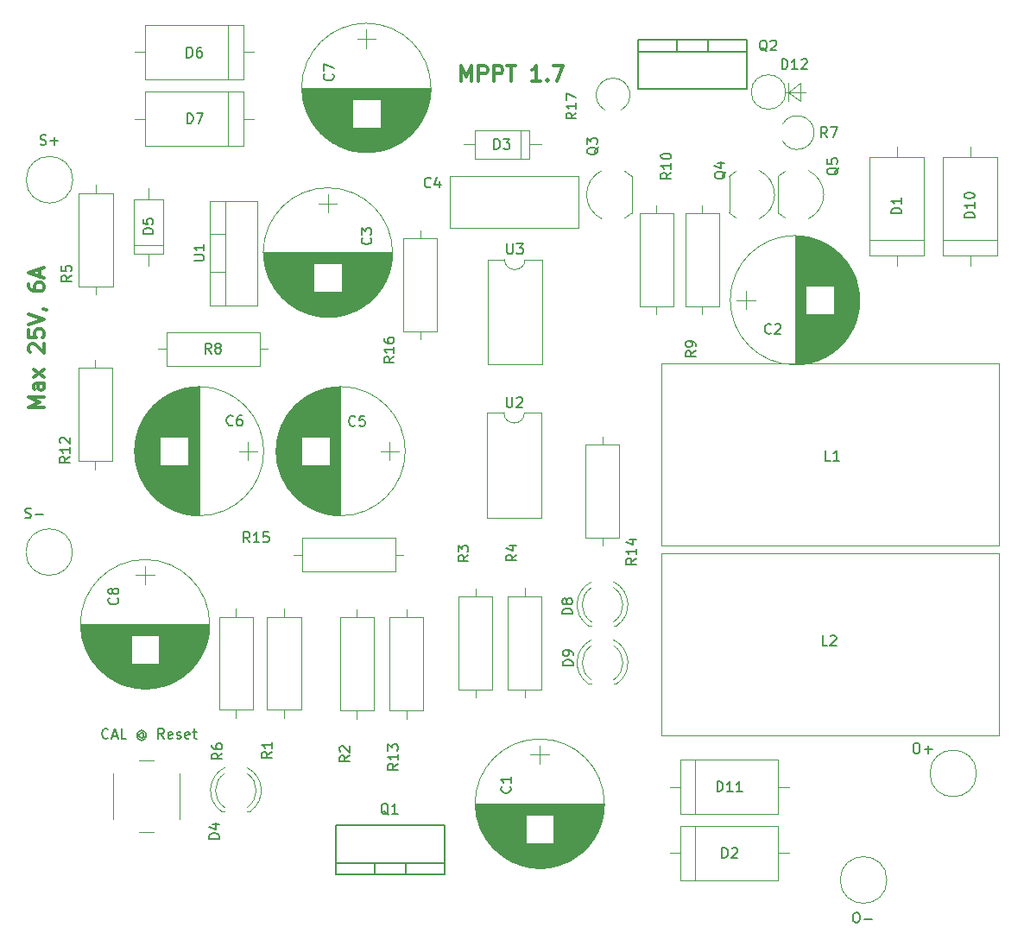
<source format=gbr>
%TF.GenerationSoftware,KiCad,Pcbnew,(5.0.0)*%
%TF.CreationDate,2018-11-29T14:42:09+09:00*%
%TF.ProjectId,ATTiny85-mppt,415454696E7938352D6D7070742E6B69,rev?*%
%TF.SameCoordinates,Original*%
%TF.FileFunction,Legend,Top*%
%TF.FilePolarity,Positive*%
%FSLAX46Y46*%
G04 Gerber Fmt 4.6, Leading zero omitted, Abs format (unit mm)*
G04 Created by KiCad (PCBNEW (5.0.0)) date 11/29/18 14:42:09*
%MOMM*%
%LPD*%
G01*
G04 APERTURE LIST*
%ADD10C,0.300000*%
%ADD11C,0.120000*%
%ADD12C,0.150000*%
G04 APERTURE END LIST*
D10*
X48003851Y-62396165D02*
X46503851Y-62396165D01*
X47575280Y-61896165D01*
X46503851Y-61396165D01*
X48003851Y-61396165D01*
X48003851Y-60039022D02*
X47218137Y-60039022D01*
X47075280Y-60110451D01*
X47003851Y-60253308D01*
X47003851Y-60539022D01*
X47075280Y-60681880D01*
X47932422Y-60039022D02*
X48003851Y-60181880D01*
X48003851Y-60539022D01*
X47932422Y-60681880D01*
X47789565Y-60753308D01*
X47646708Y-60753308D01*
X47503851Y-60681880D01*
X47432422Y-60539022D01*
X47432422Y-60181880D01*
X47360994Y-60039022D01*
X48003851Y-59467594D02*
X47003851Y-58681880D01*
X47003851Y-59467594D02*
X48003851Y-58681880D01*
X46646708Y-57039022D02*
X46575280Y-56967594D01*
X46503851Y-56824737D01*
X46503851Y-56467594D01*
X46575280Y-56324737D01*
X46646708Y-56253308D01*
X46789565Y-56181880D01*
X46932422Y-56181880D01*
X47146708Y-56253308D01*
X48003851Y-57110451D01*
X48003851Y-56181880D01*
X46503851Y-54824737D02*
X46503851Y-55539022D01*
X47218137Y-55610451D01*
X47146708Y-55539022D01*
X47075280Y-55396165D01*
X47075280Y-55039022D01*
X47146708Y-54896165D01*
X47218137Y-54824737D01*
X47360994Y-54753308D01*
X47718137Y-54753308D01*
X47860994Y-54824737D01*
X47932422Y-54896165D01*
X48003851Y-55039022D01*
X48003851Y-55396165D01*
X47932422Y-55539022D01*
X47860994Y-55610451D01*
X46503851Y-54324737D02*
X48003851Y-53824737D01*
X46503851Y-53324737D01*
X47932422Y-52753308D02*
X48003851Y-52753308D01*
X48146708Y-52824737D01*
X48218137Y-52896165D01*
X46503851Y-50324737D02*
X46503851Y-50610451D01*
X46575280Y-50753308D01*
X46646708Y-50824737D01*
X46860994Y-50967594D01*
X47146708Y-51039022D01*
X47718137Y-51039022D01*
X47860994Y-50967594D01*
X47932422Y-50896165D01*
X48003851Y-50753308D01*
X48003851Y-50467594D01*
X47932422Y-50324737D01*
X47860994Y-50253308D01*
X47718137Y-50181880D01*
X47360994Y-50181880D01*
X47218137Y-50253308D01*
X47146708Y-50324737D01*
X47075280Y-50467594D01*
X47075280Y-50753308D01*
X47146708Y-50896165D01*
X47218137Y-50967594D01*
X47360994Y-51039022D01*
X47575280Y-49610451D02*
X47575280Y-48896165D01*
X48003851Y-49753308D02*
X46503851Y-49253308D01*
X48003851Y-48753308D01*
X88914268Y-30416891D02*
X88914268Y-28916891D01*
X89414268Y-29988320D01*
X89914268Y-28916891D01*
X89914268Y-30416891D01*
X90628554Y-30416891D02*
X90628554Y-28916891D01*
X91199982Y-28916891D01*
X91342840Y-28988320D01*
X91414268Y-29059748D01*
X91485697Y-29202605D01*
X91485697Y-29416891D01*
X91414268Y-29559748D01*
X91342840Y-29631177D01*
X91199982Y-29702605D01*
X90628554Y-29702605D01*
X92128554Y-30416891D02*
X92128554Y-28916891D01*
X92699982Y-28916891D01*
X92842840Y-28988320D01*
X92914268Y-29059748D01*
X92985697Y-29202605D01*
X92985697Y-29416891D01*
X92914268Y-29559748D01*
X92842840Y-29631177D01*
X92699982Y-29702605D01*
X92128554Y-29702605D01*
X93414268Y-28916891D02*
X94271411Y-28916891D01*
X93842840Y-30416891D02*
X93842840Y-28916891D01*
X96699982Y-30416891D02*
X95842840Y-30416891D01*
X96271411Y-30416891D02*
X96271411Y-28916891D01*
X96128554Y-29131177D01*
X95985697Y-29274034D01*
X95842840Y-29345462D01*
X97342840Y-30274034D02*
X97414268Y-30345462D01*
X97342840Y-30416891D01*
X97271411Y-30345462D01*
X97342840Y-30274034D01*
X97342840Y-30416891D01*
X97914268Y-28916891D02*
X98914268Y-28916891D01*
X98271411Y-30416891D01*
D11*
X120730275Y-31496000D02*
X122719640Y-31496000D01*
X120986973Y-30607000D02*
X120986973Y-32385000D01*
X120986973Y-31496000D02*
X122172307Y-30607000D01*
X122172307Y-30607000D02*
X122172307Y-32385000D01*
X122172307Y-32385000D02*
X120986973Y-31496000D01*
X120730275Y-31496000D02*
G75*
G03X120730275Y-31496000I-1690635J0D01*
G01*
X54695200Y-58574240D02*
X51375200Y-58574240D01*
X51375200Y-58574240D02*
X51375200Y-67694240D01*
X51375200Y-67694240D02*
X54695200Y-67694240D01*
X54695200Y-67694240D02*
X54695200Y-58574240D01*
X53035200Y-57764240D02*
X53035200Y-58574240D01*
X53035200Y-68504240D02*
X53035200Y-67694240D01*
X120404212Y-34674218D02*
G75*
G02X120404530Y-36273640I1454828J-799422D01*
G01*
X94748440Y-38052040D02*
X94748440Y-35232040D01*
X89128440Y-36642040D02*
X90268440Y-36642040D01*
X96728440Y-36642040D02*
X95588440Y-36642040D01*
X90268440Y-38052040D02*
X95588440Y-38052040D01*
X90268440Y-35232040D02*
X90268440Y-38052040D01*
X95588440Y-35232040D02*
X90268440Y-35232040D01*
X95588440Y-38052040D02*
X95588440Y-35232040D01*
X102951440Y-101290760D02*
G75*
G03X102951440Y-101290760I-6340000J0D01*
G01*
X102911440Y-101290760D02*
X90311440Y-101290760D01*
X102911440Y-101330760D02*
X90311440Y-101330760D01*
X102911440Y-101370760D02*
X90311440Y-101370760D01*
X102910440Y-101410760D02*
X90312440Y-101410760D01*
X102909440Y-101450760D02*
X90313440Y-101450760D01*
X102908440Y-101490760D02*
X90314440Y-101490760D01*
X102907440Y-101530760D02*
X90315440Y-101530760D01*
X102905440Y-101570760D02*
X90317440Y-101570760D01*
X102903440Y-101610760D02*
X90319440Y-101610760D01*
X102901440Y-101650760D02*
X90321440Y-101650760D01*
X102899440Y-101690760D02*
X90323440Y-101690760D01*
X102896440Y-101730760D02*
X90326440Y-101730760D01*
X102893440Y-101770760D02*
X90329440Y-101770760D01*
X102890440Y-101810760D02*
X90332440Y-101810760D01*
X102887440Y-101850760D02*
X90335440Y-101850760D01*
X102883440Y-101890760D02*
X90339440Y-101890760D01*
X102879440Y-101930760D02*
X90343440Y-101930760D01*
X102875440Y-101970760D02*
X90347440Y-101970760D01*
X102870440Y-102011760D02*
X90352440Y-102011760D01*
X102866440Y-102051760D02*
X90356440Y-102051760D01*
X102861440Y-102091760D02*
X90361440Y-102091760D01*
X102856440Y-102131760D02*
X90366440Y-102131760D01*
X102850440Y-102171760D02*
X90372440Y-102171760D01*
X102844440Y-102211760D02*
X90378440Y-102211760D01*
X102838440Y-102251760D02*
X90384440Y-102251760D01*
X102832440Y-102291760D02*
X90390440Y-102291760D01*
X102826440Y-102331760D02*
X90396440Y-102331760D01*
X102819440Y-102371760D02*
X90403440Y-102371760D01*
X102812440Y-102411760D02*
X97991440Y-102411760D01*
X95231440Y-102411760D02*
X90410440Y-102411760D01*
X102804440Y-102451760D02*
X97991440Y-102451760D01*
X95231440Y-102451760D02*
X90418440Y-102451760D01*
X102797440Y-102491760D02*
X97991440Y-102491760D01*
X95231440Y-102491760D02*
X90425440Y-102491760D01*
X102789440Y-102531760D02*
X97991440Y-102531760D01*
X95231440Y-102531760D02*
X90433440Y-102531760D01*
X102781440Y-102571760D02*
X97991440Y-102571760D01*
X95231440Y-102571760D02*
X90441440Y-102571760D01*
X102773440Y-102611760D02*
X97991440Y-102611760D01*
X95231440Y-102611760D02*
X90449440Y-102611760D01*
X102764440Y-102651760D02*
X97991440Y-102651760D01*
X95231440Y-102651760D02*
X90458440Y-102651760D01*
X102755440Y-102691760D02*
X97991440Y-102691760D01*
X95231440Y-102691760D02*
X90467440Y-102691760D01*
X102746440Y-102731760D02*
X97991440Y-102731760D01*
X95231440Y-102731760D02*
X90476440Y-102731760D01*
X102736440Y-102771760D02*
X97991440Y-102771760D01*
X95231440Y-102771760D02*
X90486440Y-102771760D01*
X102727440Y-102811760D02*
X97991440Y-102811760D01*
X95231440Y-102811760D02*
X90495440Y-102811760D01*
X102717440Y-102851760D02*
X97991440Y-102851760D01*
X95231440Y-102851760D02*
X90505440Y-102851760D01*
X102706440Y-102891760D02*
X97991440Y-102891760D01*
X95231440Y-102891760D02*
X90516440Y-102891760D01*
X102696440Y-102931760D02*
X97991440Y-102931760D01*
X95231440Y-102931760D02*
X90526440Y-102931760D01*
X102685440Y-102971760D02*
X97991440Y-102971760D01*
X95231440Y-102971760D02*
X90537440Y-102971760D01*
X102674440Y-103011760D02*
X97991440Y-103011760D01*
X95231440Y-103011760D02*
X90548440Y-103011760D01*
X102662440Y-103051760D02*
X97991440Y-103051760D01*
X95231440Y-103051760D02*
X90560440Y-103051760D01*
X102651440Y-103091760D02*
X97991440Y-103091760D01*
X95231440Y-103091760D02*
X90571440Y-103091760D01*
X102639440Y-103131760D02*
X97991440Y-103131760D01*
X95231440Y-103131760D02*
X90583440Y-103131760D01*
X102626440Y-103171760D02*
X97991440Y-103171760D01*
X95231440Y-103171760D02*
X90596440Y-103171760D01*
X102614440Y-103211760D02*
X97991440Y-103211760D01*
X95231440Y-103211760D02*
X90608440Y-103211760D01*
X102601440Y-103251760D02*
X97991440Y-103251760D01*
X95231440Y-103251760D02*
X90621440Y-103251760D01*
X102588440Y-103291760D02*
X97991440Y-103291760D01*
X95231440Y-103291760D02*
X90634440Y-103291760D01*
X102574440Y-103331760D02*
X97991440Y-103331760D01*
X95231440Y-103331760D02*
X90648440Y-103331760D01*
X102561440Y-103371760D02*
X97991440Y-103371760D01*
X95231440Y-103371760D02*
X90661440Y-103371760D01*
X102547440Y-103411760D02*
X97991440Y-103411760D01*
X95231440Y-103411760D02*
X90675440Y-103411760D01*
X102532440Y-103451760D02*
X97991440Y-103451760D01*
X95231440Y-103451760D02*
X90690440Y-103451760D01*
X102518440Y-103491760D02*
X97991440Y-103491760D01*
X95231440Y-103491760D02*
X90704440Y-103491760D01*
X102503440Y-103531760D02*
X97991440Y-103531760D01*
X95231440Y-103531760D02*
X90719440Y-103531760D01*
X102487440Y-103571760D02*
X97991440Y-103571760D01*
X95231440Y-103571760D02*
X90735440Y-103571760D01*
X102472440Y-103611760D02*
X97991440Y-103611760D01*
X95231440Y-103611760D02*
X90750440Y-103611760D01*
X102456440Y-103651760D02*
X97991440Y-103651760D01*
X95231440Y-103651760D02*
X90766440Y-103651760D01*
X102440440Y-103691760D02*
X97991440Y-103691760D01*
X95231440Y-103691760D02*
X90782440Y-103691760D01*
X102423440Y-103731760D02*
X97991440Y-103731760D01*
X95231440Y-103731760D02*
X90799440Y-103731760D01*
X102406440Y-103771760D02*
X97991440Y-103771760D01*
X95231440Y-103771760D02*
X90816440Y-103771760D01*
X102389440Y-103811760D02*
X97991440Y-103811760D01*
X95231440Y-103811760D02*
X90833440Y-103811760D01*
X102372440Y-103851760D02*
X97991440Y-103851760D01*
X95231440Y-103851760D02*
X90850440Y-103851760D01*
X102354440Y-103891760D02*
X97991440Y-103891760D01*
X95231440Y-103891760D02*
X90868440Y-103891760D01*
X102336440Y-103931760D02*
X97991440Y-103931760D01*
X95231440Y-103931760D02*
X90886440Y-103931760D01*
X102317440Y-103971760D02*
X97991440Y-103971760D01*
X95231440Y-103971760D02*
X90905440Y-103971760D01*
X102298440Y-104011760D02*
X97991440Y-104011760D01*
X95231440Y-104011760D02*
X90924440Y-104011760D01*
X102279440Y-104051760D02*
X97991440Y-104051760D01*
X95231440Y-104051760D02*
X90943440Y-104051760D01*
X102260440Y-104091760D02*
X97991440Y-104091760D01*
X95231440Y-104091760D02*
X90962440Y-104091760D01*
X102240440Y-104131760D02*
X97991440Y-104131760D01*
X95231440Y-104131760D02*
X90982440Y-104131760D01*
X102220440Y-104171760D02*
X97991440Y-104171760D01*
X95231440Y-104171760D02*
X91002440Y-104171760D01*
X102199440Y-104211760D02*
X97991440Y-104211760D01*
X95231440Y-104211760D02*
X91023440Y-104211760D01*
X102178440Y-104251760D02*
X97991440Y-104251760D01*
X95231440Y-104251760D02*
X91044440Y-104251760D01*
X102157440Y-104291760D02*
X97991440Y-104291760D01*
X95231440Y-104291760D02*
X91065440Y-104291760D01*
X102135440Y-104331760D02*
X97991440Y-104331760D01*
X95231440Y-104331760D02*
X91087440Y-104331760D01*
X102113440Y-104371760D02*
X97991440Y-104371760D01*
X95231440Y-104371760D02*
X91109440Y-104371760D01*
X102091440Y-104411760D02*
X97991440Y-104411760D01*
X95231440Y-104411760D02*
X91131440Y-104411760D01*
X102068440Y-104451760D02*
X97991440Y-104451760D01*
X95231440Y-104451760D02*
X91154440Y-104451760D01*
X102045440Y-104491760D02*
X97991440Y-104491760D01*
X95231440Y-104491760D02*
X91177440Y-104491760D01*
X102021440Y-104531760D02*
X97991440Y-104531760D01*
X95231440Y-104531760D02*
X91201440Y-104531760D01*
X101997440Y-104571760D02*
X97991440Y-104571760D01*
X95231440Y-104571760D02*
X91225440Y-104571760D01*
X101973440Y-104611760D02*
X97991440Y-104611760D01*
X95231440Y-104611760D02*
X91249440Y-104611760D01*
X101948440Y-104651760D02*
X97991440Y-104651760D01*
X95231440Y-104651760D02*
X91274440Y-104651760D01*
X101923440Y-104691760D02*
X97991440Y-104691760D01*
X95231440Y-104691760D02*
X91299440Y-104691760D01*
X101897440Y-104731760D02*
X97991440Y-104731760D01*
X95231440Y-104731760D02*
X91325440Y-104731760D01*
X101871440Y-104771760D02*
X97991440Y-104771760D01*
X95231440Y-104771760D02*
X91351440Y-104771760D01*
X101845440Y-104811760D02*
X97991440Y-104811760D01*
X95231440Y-104811760D02*
X91377440Y-104811760D01*
X101818440Y-104851760D02*
X97991440Y-104851760D01*
X95231440Y-104851760D02*
X91404440Y-104851760D01*
X101790440Y-104891760D02*
X97991440Y-104891760D01*
X95231440Y-104891760D02*
X91432440Y-104891760D01*
X101762440Y-104931760D02*
X97991440Y-104931760D01*
X95231440Y-104931760D02*
X91460440Y-104931760D01*
X101734440Y-104971760D02*
X97991440Y-104971760D01*
X95231440Y-104971760D02*
X91488440Y-104971760D01*
X101705440Y-105011760D02*
X97991440Y-105011760D01*
X95231440Y-105011760D02*
X91517440Y-105011760D01*
X101676440Y-105051760D02*
X97991440Y-105051760D01*
X95231440Y-105051760D02*
X91546440Y-105051760D01*
X101646440Y-105091760D02*
X97991440Y-105091760D01*
X95231440Y-105091760D02*
X91576440Y-105091760D01*
X101616440Y-105131760D02*
X97991440Y-105131760D01*
X95231440Y-105131760D02*
X91606440Y-105131760D01*
X101586440Y-105171760D02*
X91636440Y-105171760D01*
X101554440Y-105211760D02*
X91668440Y-105211760D01*
X101523440Y-105251760D02*
X91699440Y-105251760D01*
X101490440Y-105291760D02*
X91732440Y-105291760D01*
X101458440Y-105331760D02*
X91764440Y-105331760D01*
X101424440Y-105371760D02*
X91798440Y-105371760D01*
X101390440Y-105411760D02*
X91832440Y-105411760D01*
X101356440Y-105451760D02*
X91866440Y-105451760D01*
X101321440Y-105491760D02*
X91901440Y-105491760D01*
X101285440Y-105531760D02*
X91937440Y-105531760D01*
X101249440Y-105571760D02*
X91973440Y-105571760D01*
X101212440Y-105611760D02*
X92010440Y-105611760D01*
X101174440Y-105651760D02*
X92048440Y-105651760D01*
X101136440Y-105691760D02*
X92086440Y-105691760D01*
X101097440Y-105731760D02*
X92125440Y-105731760D01*
X101058440Y-105771760D02*
X92164440Y-105771760D01*
X101017440Y-105811760D02*
X92205440Y-105811760D01*
X100976440Y-105851760D02*
X92246440Y-105851760D01*
X100934440Y-105891760D02*
X92288440Y-105891760D01*
X100892440Y-105931760D02*
X92330440Y-105931760D01*
X100849440Y-105971760D02*
X92373440Y-105971760D01*
X100804440Y-106011760D02*
X92418440Y-106011760D01*
X100759440Y-106051760D02*
X92463440Y-106051760D01*
X100713440Y-106091760D02*
X92509440Y-106091760D01*
X100667440Y-106131760D02*
X92555440Y-106131760D01*
X100619440Y-106171760D02*
X92603440Y-106171760D01*
X100570440Y-106211760D02*
X92652440Y-106211760D01*
X100520440Y-106251760D02*
X92702440Y-106251760D01*
X100470440Y-106291760D02*
X92752440Y-106291760D01*
X100418440Y-106331760D02*
X92804440Y-106331760D01*
X100365440Y-106371760D02*
X92857440Y-106371760D01*
X100311440Y-106411760D02*
X92911440Y-106411760D01*
X100255440Y-106451760D02*
X92967440Y-106451760D01*
X100199440Y-106491760D02*
X93023440Y-106491760D01*
X100141440Y-106531760D02*
X93081440Y-106531760D01*
X100081440Y-106571760D02*
X93141440Y-106571760D01*
X100020440Y-106611760D02*
X93202440Y-106611760D01*
X99958440Y-106651760D02*
X93264440Y-106651760D01*
X99893440Y-106691760D02*
X93329440Y-106691760D01*
X99828440Y-106731760D02*
X93394440Y-106731760D01*
X99760440Y-106771760D02*
X93462440Y-106771760D01*
X99690440Y-106811760D02*
X93532440Y-106811760D01*
X99618440Y-106851760D02*
X93604440Y-106851760D01*
X99544440Y-106891760D02*
X93678440Y-106891760D01*
X99467440Y-106931760D02*
X93755440Y-106931760D01*
X99388440Y-106971760D02*
X93834440Y-106971760D01*
X99306440Y-107011760D02*
X93916440Y-107011760D01*
X99221440Y-107051760D02*
X94001440Y-107051760D01*
X99132440Y-107091760D02*
X94090440Y-107091760D01*
X99039440Y-107131760D02*
X94183440Y-107131760D01*
X98942440Y-107171760D02*
X94280440Y-107171760D01*
X98841440Y-107211760D02*
X94381440Y-107211760D01*
X98733440Y-107251760D02*
X94489440Y-107251760D01*
X98620440Y-107291760D02*
X94602440Y-107291760D01*
X98499440Y-107331760D02*
X94723440Y-107331760D01*
X98368440Y-107371760D02*
X94854440Y-107371760D01*
X98227440Y-107411760D02*
X94995440Y-107411760D01*
X98071440Y-107451760D02*
X95151440Y-107451760D01*
X97896440Y-107491760D02*
X95326440Y-107491760D01*
X97693440Y-107531760D02*
X95529440Y-107531760D01*
X97442440Y-107571760D02*
X95780440Y-107571760D01*
X97075440Y-107611760D02*
X96147440Y-107611760D01*
X96611440Y-95590760D02*
X96611440Y-97390760D01*
X97511440Y-96490760D02*
X95711440Y-96490760D01*
X116831080Y-51012520D02*
X116831080Y-52812520D01*
X115931080Y-51912520D02*
X117731080Y-51912520D01*
X127952080Y-51448520D02*
X127952080Y-52376520D01*
X127912080Y-51081520D02*
X127912080Y-52743520D01*
X127872080Y-50830520D02*
X127872080Y-52994520D01*
X127832080Y-50627520D02*
X127832080Y-53197520D01*
X127792080Y-50452520D02*
X127792080Y-53372520D01*
X127752080Y-50296520D02*
X127752080Y-53528520D01*
X127712080Y-50155520D02*
X127712080Y-53669520D01*
X127672080Y-50024520D02*
X127672080Y-53800520D01*
X127632080Y-49903520D02*
X127632080Y-53921520D01*
X127592080Y-49790520D02*
X127592080Y-54034520D01*
X127552080Y-49682520D02*
X127552080Y-54142520D01*
X127512080Y-49581520D02*
X127512080Y-54243520D01*
X127472080Y-49484520D02*
X127472080Y-54340520D01*
X127432080Y-49391520D02*
X127432080Y-54433520D01*
X127392080Y-49302520D02*
X127392080Y-54522520D01*
X127352080Y-49217520D02*
X127352080Y-54607520D01*
X127312080Y-49135520D02*
X127312080Y-54689520D01*
X127272080Y-49056520D02*
X127272080Y-54768520D01*
X127232080Y-48979520D02*
X127232080Y-54845520D01*
X127192080Y-48905520D02*
X127192080Y-54919520D01*
X127152080Y-48833520D02*
X127152080Y-54991520D01*
X127112080Y-48763520D02*
X127112080Y-55061520D01*
X127072080Y-48695520D02*
X127072080Y-55129520D01*
X127032080Y-48630520D02*
X127032080Y-55194520D01*
X126992080Y-48565520D02*
X126992080Y-55259520D01*
X126952080Y-48503520D02*
X126952080Y-55321520D01*
X126912080Y-48442520D02*
X126912080Y-55382520D01*
X126872080Y-48382520D02*
X126872080Y-55442520D01*
X126832080Y-48324520D02*
X126832080Y-55500520D01*
X126792080Y-48268520D02*
X126792080Y-55556520D01*
X126752080Y-48212520D02*
X126752080Y-55612520D01*
X126712080Y-48158520D02*
X126712080Y-55666520D01*
X126672080Y-48105520D02*
X126672080Y-55719520D01*
X126632080Y-48053520D02*
X126632080Y-55771520D01*
X126592080Y-48003520D02*
X126592080Y-55821520D01*
X126552080Y-47953520D02*
X126552080Y-55871520D01*
X126512080Y-47904520D02*
X126512080Y-55920520D01*
X126472080Y-47856520D02*
X126472080Y-55968520D01*
X126432080Y-47810520D02*
X126432080Y-56014520D01*
X126392080Y-47764520D02*
X126392080Y-56060520D01*
X126352080Y-47719520D02*
X126352080Y-56105520D01*
X126312080Y-47674520D02*
X126312080Y-56150520D01*
X126272080Y-47631520D02*
X126272080Y-56193520D01*
X126232080Y-47589520D02*
X126232080Y-56235520D01*
X126192080Y-47547520D02*
X126192080Y-56277520D01*
X126152080Y-47506520D02*
X126152080Y-56318520D01*
X126112080Y-47465520D02*
X126112080Y-56359520D01*
X126072080Y-47426520D02*
X126072080Y-56398520D01*
X126032080Y-47387520D02*
X126032080Y-56437520D01*
X125992080Y-47349520D02*
X125992080Y-56475520D01*
X125952080Y-47311520D02*
X125952080Y-56513520D01*
X125912080Y-47274520D02*
X125912080Y-56550520D01*
X125872080Y-47238520D02*
X125872080Y-56586520D01*
X125832080Y-47202520D02*
X125832080Y-56622520D01*
X125792080Y-47167520D02*
X125792080Y-56657520D01*
X125752080Y-47133520D02*
X125752080Y-56691520D01*
X125712080Y-47099520D02*
X125712080Y-56725520D01*
X125672080Y-47065520D02*
X125672080Y-56759520D01*
X125632080Y-47033520D02*
X125632080Y-56791520D01*
X125592080Y-47000520D02*
X125592080Y-56824520D01*
X125552080Y-46969520D02*
X125552080Y-56855520D01*
X125512080Y-46937520D02*
X125512080Y-56887520D01*
X125472080Y-53292520D02*
X125472080Y-56917520D01*
X125472080Y-46907520D02*
X125472080Y-50532520D01*
X125432080Y-53292520D02*
X125432080Y-56947520D01*
X125432080Y-46877520D02*
X125432080Y-50532520D01*
X125392080Y-53292520D02*
X125392080Y-56977520D01*
X125392080Y-46847520D02*
X125392080Y-50532520D01*
X125352080Y-53292520D02*
X125352080Y-57006520D01*
X125352080Y-46818520D02*
X125352080Y-50532520D01*
X125312080Y-53292520D02*
X125312080Y-57035520D01*
X125312080Y-46789520D02*
X125312080Y-50532520D01*
X125272080Y-53292520D02*
X125272080Y-57063520D01*
X125272080Y-46761520D02*
X125272080Y-50532520D01*
X125232080Y-53292520D02*
X125232080Y-57091520D01*
X125232080Y-46733520D02*
X125232080Y-50532520D01*
X125192080Y-53292520D02*
X125192080Y-57119520D01*
X125192080Y-46705520D02*
X125192080Y-50532520D01*
X125152080Y-53292520D02*
X125152080Y-57146520D01*
X125152080Y-46678520D02*
X125152080Y-50532520D01*
X125112080Y-53292520D02*
X125112080Y-57172520D01*
X125112080Y-46652520D02*
X125112080Y-50532520D01*
X125072080Y-53292520D02*
X125072080Y-57198520D01*
X125072080Y-46626520D02*
X125072080Y-50532520D01*
X125032080Y-53292520D02*
X125032080Y-57224520D01*
X125032080Y-46600520D02*
X125032080Y-50532520D01*
X124992080Y-53292520D02*
X124992080Y-57249520D01*
X124992080Y-46575520D02*
X124992080Y-50532520D01*
X124952080Y-53292520D02*
X124952080Y-57274520D01*
X124952080Y-46550520D02*
X124952080Y-50532520D01*
X124912080Y-53292520D02*
X124912080Y-57298520D01*
X124912080Y-46526520D02*
X124912080Y-50532520D01*
X124872080Y-53292520D02*
X124872080Y-57322520D01*
X124872080Y-46502520D02*
X124872080Y-50532520D01*
X124832080Y-53292520D02*
X124832080Y-57346520D01*
X124832080Y-46478520D02*
X124832080Y-50532520D01*
X124792080Y-53292520D02*
X124792080Y-57369520D01*
X124792080Y-46455520D02*
X124792080Y-50532520D01*
X124752080Y-53292520D02*
X124752080Y-57392520D01*
X124752080Y-46432520D02*
X124752080Y-50532520D01*
X124712080Y-53292520D02*
X124712080Y-57414520D01*
X124712080Y-46410520D02*
X124712080Y-50532520D01*
X124672080Y-53292520D02*
X124672080Y-57436520D01*
X124672080Y-46388520D02*
X124672080Y-50532520D01*
X124632080Y-53292520D02*
X124632080Y-57458520D01*
X124632080Y-46366520D02*
X124632080Y-50532520D01*
X124592080Y-53292520D02*
X124592080Y-57479520D01*
X124592080Y-46345520D02*
X124592080Y-50532520D01*
X124552080Y-53292520D02*
X124552080Y-57500520D01*
X124552080Y-46324520D02*
X124552080Y-50532520D01*
X124512080Y-53292520D02*
X124512080Y-57521520D01*
X124512080Y-46303520D02*
X124512080Y-50532520D01*
X124472080Y-53292520D02*
X124472080Y-57541520D01*
X124472080Y-46283520D02*
X124472080Y-50532520D01*
X124432080Y-53292520D02*
X124432080Y-57561520D01*
X124432080Y-46263520D02*
X124432080Y-50532520D01*
X124392080Y-53292520D02*
X124392080Y-57580520D01*
X124392080Y-46244520D02*
X124392080Y-50532520D01*
X124352080Y-53292520D02*
X124352080Y-57599520D01*
X124352080Y-46225520D02*
X124352080Y-50532520D01*
X124312080Y-53292520D02*
X124312080Y-57618520D01*
X124312080Y-46206520D02*
X124312080Y-50532520D01*
X124272080Y-53292520D02*
X124272080Y-57637520D01*
X124272080Y-46187520D02*
X124272080Y-50532520D01*
X124232080Y-53292520D02*
X124232080Y-57655520D01*
X124232080Y-46169520D02*
X124232080Y-50532520D01*
X124192080Y-53292520D02*
X124192080Y-57673520D01*
X124192080Y-46151520D02*
X124192080Y-50532520D01*
X124152080Y-53292520D02*
X124152080Y-57690520D01*
X124152080Y-46134520D02*
X124152080Y-50532520D01*
X124112080Y-53292520D02*
X124112080Y-57707520D01*
X124112080Y-46117520D02*
X124112080Y-50532520D01*
X124072080Y-53292520D02*
X124072080Y-57724520D01*
X124072080Y-46100520D02*
X124072080Y-50532520D01*
X124032080Y-53292520D02*
X124032080Y-57741520D01*
X124032080Y-46083520D02*
X124032080Y-50532520D01*
X123992080Y-53292520D02*
X123992080Y-57757520D01*
X123992080Y-46067520D02*
X123992080Y-50532520D01*
X123952080Y-53292520D02*
X123952080Y-57773520D01*
X123952080Y-46051520D02*
X123952080Y-50532520D01*
X123912080Y-53292520D02*
X123912080Y-57788520D01*
X123912080Y-46036520D02*
X123912080Y-50532520D01*
X123872080Y-53292520D02*
X123872080Y-57804520D01*
X123872080Y-46020520D02*
X123872080Y-50532520D01*
X123832080Y-53292520D02*
X123832080Y-57819520D01*
X123832080Y-46005520D02*
X123832080Y-50532520D01*
X123792080Y-53292520D02*
X123792080Y-57833520D01*
X123792080Y-45991520D02*
X123792080Y-50532520D01*
X123752080Y-53292520D02*
X123752080Y-57848520D01*
X123752080Y-45976520D02*
X123752080Y-50532520D01*
X123712080Y-53292520D02*
X123712080Y-57862520D01*
X123712080Y-45962520D02*
X123712080Y-50532520D01*
X123672080Y-53292520D02*
X123672080Y-57875520D01*
X123672080Y-45949520D02*
X123672080Y-50532520D01*
X123632080Y-53292520D02*
X123632080Y-57889520D01*
X123632080Y-45935520D02*
X123632080Y-50532520D01*
X123592080Y-53292520D02*
X123592080Y-57902520D01*
X123592080Y-45922520D02*
X123592080Y-50532520D01*
X123552080Y-53292520D02*
X123552080Y-57915520D01*
X123552080Y-45909520D02*
X123552080Y-50532520D01*
X123512080Y-53292520D02*
X123512080Y-57927520D01*
X123512080Y-45897520D02*
X123512080Y-50532520D01*
X123472080Y-53292520D02*
X123472080Y-57940520D01*
X123472080Y-45884520D02*
X123472080Y-50532520D01*
X123432080Y-53292520D02*
X123432080Y-57952520D01*
X123432080Y-45872520D02*
X123432080Y-50532520D01*
X123392080Y-53292520D02*
X123392080Y-57963520D01*
X123392080Y-45861520D02*
X123392080Y-50532520D01*
X123352080Y-53292520D02*
X123352080Y-57975520D01*
X123352080Y-45849520D02*
X123352080Y-50532520D01*
X123312080Y-53292520D02*
X123312080Y-57986520D01*
X123312080Y-45838520D02*
X123312080Y-50532520D01*
X123272080Y-53292520D02*
X123272080Y-57997520D01*
X123272080Y-45827520D02*
X123272080Y-50532520D01*
X123232080Y-53292520D02*
X123232080Y-58007520D01*
X123232080Y-45817520D02*
X123232080Y-50532520D01*
X123192080Y-53292520D02*
X123192080Y-58018520D01*
X123192080Y-45806520D02*
X123192080Y-50532520D01*
X123152080Y-53292520D02*
X123152080Y-58028520D01*
X123152080Y-45796520D02*
X123152080Y-50532520D01*
X123112080Y-53292520D02*
X123112080Y-58037520D01*
X123112080Y-45787520D02*
X123112080Y-50532520D01*
X123072080Y-53292520D02*
X123072080Y-58047520D01*
X123072080Y-45777520D02*
X123072080Y-50532520D01*
X123032080Y-53292520D02*
X123032080Y-58056520D01*
X123032080Y-45768520D02*
X123032080Y-50532520D01*
X122992080Y-53292520D02*
X122992080Y-58065520D01*
X122992080Y-45759520D02*
X122992080Y-50532520D01*
X122952080Y-53292520D02*
X122952080Y-58074520D01*
X122952080Y-45750520D02*
X122952080Y-50532520D01*
X122912080Y-53292520D02*
X122912080Y-58082520D01*
X122912080Y-45742520D02*
X122912080Y-50532520D01*
X122872080Y-53292520D02*
X122872080Y-58090520D01*
X122872080Y-45734520D02*
X122872080Y-50532520D01*
X122832080Y-53292520D02*
X122832080Y-58098520D01*
X122832080Y-45726520D02*
X122832080Y-50532520D01*
X122792080Y-53292520D02*
X122792080Y-58105520D01*
X122792080Y-45719520D02*
X122792080Y-50532520D01*
X122752080Y-53292520D02*
X122752080Y-58113520D01*
X122752080Y-45711520D02*
X122752080Y-50532520D01*
X122712080Y-45704520D02*
X122712080Y-58120520D01*
X122672080Y-45697520D02*
X122672080Y-58127520D01*
X122632080Y-45691520D02*
X122632080Y-58133520D01*
X122592080Y-45685520D02*
X122592080Y-58139520D01*
X122552080Y-45679520D02*
X122552080Y-58145520D01*
X122512080Y-45673520D02*
X122512080Y-58151520D01*
X122472080Y-45667520D02*
X122472080Y-58157520D01*
X122432080Y-45662520D02*
X122432080Y-58162520D01*
X122392080Y-45657520D02*
X122392080Y-58167520D01*
X122352080Y-45653520D02*
X122352080Y-58171520D01*
X122311080Y-45648520D02*
X122311080Y-58176520D01*
X122271080Y-45644520D02*
X122271080Y-58180520D01*
X122231080Y-45640520D02*
X122231080Y-58184520D01*
X122191080Y-45636520D02*
X122191080Y-58188520D01*
X122151080Y-45633520D02*
X122151080Y-58191520D01*
X122111080Y-45630520D02*
X122111080Y-58194520D01*
X122071080Y-45627520D02*
X122071080Y-58197520D01*
X122031080Y-45624520D02*
X122031080Y-58200520D01*
X121991080Y-45622520D02*
X121991080Y-58202520D01*
X121951080Y-45620520D02*
X121951080Y-58204520D01*
X121911080Y-45618520D02*
X121911080Y-58206520D01*
X121871080Y-45616520D02*
X121871080Y-58208520D01*
X121831080Y-45615520D02*
X121831080Y-58209520D01*
X121791080Y-45614520D02*
X121791080Y-58210520D01*
X121751080Y-45613520D02*
X121751080Y-58211520D01*
X121711080Y-45612520D02*
X121711080Y-58212520D01*
X121671080Y-45612520D02*
X121671080Y-58212520D01*
X121631080Y-45612520D02*
X121631080Y-58212520D01*
X127971080Y-51912520D02*
G75*
G03X127971080Y-51912520I-6340000J0D01*
G01*
X82179320Y-47229400D02*
G75*
G03X82179320Y-47229400I-6340000J0D01*
G01*
X82139320Y-47229400D02*
X69539320Y-47229400D01*
X82139320Y-47269400D02*
X69539320Y-47269400D01*
X82139320Y-47309400D02*
X69539320Y-47309400D01*
X82138320Y-47349400D02*
X69540320Y-47349400D01*
X82137320Y-47389400D02*
X69541320Y-47389400D01*
X82136320Y-47429400D02*
X69542320Y-47429400D01*
X82135320Y-47469400D02*
X69543320Y-47469400D01*
X82133320Y-47509400D02*
X69545320Y-47509400D01*
X82131320Y-47549400D02*
X69547320Y-47549400D01*
X82129320Y-47589400D02*
X69549320Y-47589400D01*
X82127320Y-47629400D02*
X69551320Y-47629400D01*
X82124320Y-47669400D02*
X69554320Y-47669400D01*
X82121320Y-47709400D02*
X69557320Y-47709400D01*
X82118320Y-47749400D02*
X69560320Y-47749400D01*
X82115320Y-47789400D02*
X69563320Y-47789400D01*
X82111320Y-47829400D02*
X69567320Y-47829400D01*
X82107320Y-47869400D02*
X69571320Y-47869400D01*
X82103320Y-47909400D02*
X69575320Y-47909400D01*
X82098320Y-47950400D02*
X69580320Y-47950400D01*
X82094320Y-47990400D02*
X69584320Y-47990400D01*
X82089320Y-48030400D02*
X69589320Y-48030400D01*
X82084320Y-48070400D02*
X69594320Y-48070400D01*
X82078320Y-48110400D02*
X69600320Y-48110400D01*
X82072320Y-48150400D02*
X69606320Y-48150400D01*
X82066320Y-48190400D02*
X69612320Y-48190400D01*
X82060320Y-48230400D02*
X69618320Y-48230400D01*
X82054320Y-48270400D02*
X69624320Y-48270400D01*
X82047320Y-48310400D02*
X69631320Y-48310400D01*
X82040320Y-48350400D02*
X77219320Y-48350400D01*
X74459320Y-48350400D02*
X69638320Y-48350400D01*
X82032320Y-48390400D02*
X77219320Y-48390400D01*
X74459320Y-48390400D02*
X69646320Y-48390400D01*
X82025320Y-48430400D02*
X77219320Y-48430400D01*
X74459320Y-48430400D02*
X69653320Y-48430400D01*
X82017320Y-48470400D02*
X77219320Y-48470400D01*
X74459320Y-48470400D02*
X69661320Y-48470400D01*
X82009320Y-48510400D02*
X77219320Y-48510400D01*
X74459320Y-48510400D02*
X69669320Y-48510400D01*
X82001320Y-48550400D02*
X77219320Y-48550400D01*
X74459320Y-48550400D02*
X69677320Y-48550400D01*
X81992320Y-48590400D02*
X77219320Y-48590400D01*
X74459320Y-48590400D02*
X69686320Y-48590400D01*
X81983320Y-48630400D02*
X77219320Y-48630400D01*
X74459320Y-48630400D02*
X69695320Y-48630400D01*
X81974320Y-48670400D02*
X77219320Y-48670400D01*
X74459320Y-48670400D02*
X69704320Y-48670400D01*
X81964320Y-48710400D02*
X77219320Y-48710400D01*
X74459320Y-48710400D02*
X69714320Y-48710400D01*
X81955320Y-48750400D02*
X77219320Y-48750400D01*
X74459320Y-48750400D02*
X69723320Y-48750400D01*
X81945320Y-48790400D02*
X77219320Y-48790400D01*
X74459320Y-48790400D02*
X69733320Y-48790400D01*
X81934320Y-48830400D02*
X77219320Y-48830400D01*
X74459320Y-48830400D02*
X69744320Y-48830400D01*
X81924320Y-48870400D02*
X77219320Y-48870400D01*
X74459320Y-48870400D02*
X69754320Y-48870400D01*
X81913320Y-48910400D02*
X77219320Y-48910400D01*
X74459320Y-48910400D02*
X69765320Y-48910400D01*
X81902320Y-48950400D02*
X77219320Y-48950400D01*
X74459320Y-48950400D02*
X69776320Y-48950400D01*
X81890320Y-48990400D02*
X77219320Y-48990400D01*
X74459320Y-48990400D02*
X69788320Y-48990400D01*
X81879320Y-49030400D02*
X77219320Y-49030400D01*
X74459320Y-49030400D02*
X69799320Y-49030400D01*
X81867320Y-49070400D02*
X77219320Y-49070400D01*
X74459320Y-49070400D02*
X69811320Y-49070400D01*
X81854320Y-49110400D02*
X77219320Y-49110400D01*
X74459320Y-49110400D02*
X69824320Y-49110400D01*
X81842320Y-49150400D02*
X77219320Y-49150400D01*
X74459320Y-49150400D02*
X69836320Y-49150400D01*
X81829320Y-49190400D02*
X77219320Y-49190400D01*
X74459320Y-49190400D02*
X69849320Y-49190400D01*
X81816320Y-49230400D02*
X77219320Y-49230400D01*
X74459320Y-49230400D02*
X69862320Y-49230400D01*
X81802320Y-49270400D02*
X77219320Y-49270400D01*
X74459320Y-49270400D02*
X69876320Y-49270400D01*
X81789320Y-49310400D02*
X77219320Y-49310400D01*
X74459320Y-49310400D02*
X69889320Y-49310400D01*
X81775320Y-49350400D02*
X77219320Y-49350400D01*
X74459320Y-49350400D02*
X69903320Y-49350400D01*
X81760320Y-49390400D02*
X77219320Y-49390400D01*
X74459320Y-49390400D02*
X69918320Y-49390400D01*
X81746320Y-49430400D02*
X77219320Y-49430400D01*
X74459320Y-49430400D02*
X69932320Y-49430400D01*
X81731320Y-49470400D02*
X77219320Y-49470400D01*
X74459320Y-49470400D02*
X69947320Y-49470400D01*
X81715320Y-49510400D02*
X77219320Y-49510400D01*
X74459320Y-49510400D02*
X69963320Y-49510400D01*
X81700320Y-49550400D02*
X77219320Y-49550400D01*
X74459320Y-49550400D02*
X69978320Y-49550400D01*
X81684320Y-49590400D02*
X77219320Y-49590400D01*
X74459320Y-49590400D02*
X69994320Y-49590400D01*
X81668320Y-49630400D02*
X77219320Y-49630400D01*
X74459320Y-49630400D02*
X70010320Y-49630400D01*
X81651320Y-49670400D02*
X77219320Y-49670400D01*
X74459320Y-49670400D02*
X70027320Y-49670400D01*
X81634320Y-49710400D02*
X77219320Y-49710400D01*
X74459320Y-49710400D02*
X70044320Y-49710400D01*
X81617320Y-49750400D02*
X77219320Y-49750400D01*
X74459320Y-49750400D02*
X70061320Y-49750400D01*
X81600320Y-49790400D02*
X77219320Y-49790400D01*
X74459320Y-49790400D02*
X70078320Y-49790400D01*
X81582320Y-49830400D02*
X77219320Y-49830400D01*
X74459320Y-49830400D02*
X70096320Y-49830400D01*
X81564320Y-49870400D02*
X77219320Y-49870400D01*
X74459320Y-49870400D02*
X70114320Y-49870400D01*
X81545320Y-49910400D02*
X77219320Y-49910400D01*
X74459320Y-49910400D02*
X70133320Y-49910400D01*
X81526320Y-49950400D02*
X77219320Y-49950400D01*
X74459320Y-49950400D02*
X70152320Y-49950400D01*
X81507320Y-49990400D02*
X77219320Y-49990400D01*
X74459320Y-49990400D02*
X70171320Y-49990400D01*
X81488320Y-50030400D02*
X77219320Y-50030400D01*
X74459320Y-50030400D02*
X70190320Y-50030400D01*
X81468320Y-50070400D02*
X77219320Y-50070400D01*
X74459320Y-50070400D02*
X70210320Y-50070400D01*
X81448320Y-50110400D02*
X77219320Y-50110400D01*
X74459320Y-50110400D02*
X70230320Y-50110400D01*
X81427320Y-50150400D02*
X77219320Y-50150400D01*
X74459320Y-50150400D02*
X70251320Y-50150400D01*
X81406320Y-50190400D02*
X77219320Y-50190400D01*
X74459320Y-50190400D02*
X70272320Y-50190400D01*
X81385320Y-50230400D02*
X77219320Y-50230400D01*
X74459320Y-50230400D02*
X70293320Y-50230400D01*
X81363320Y-50270400D02*
X77219320Y-50270400D01*
X74459320Y-50270400D02*
X70315320Y-50270400D01*
X81341320Y-50310400D02*
X77219320Y-50310400D01*
X74459320Y-50310400D02*
X70337320Y-50310400D01*
X81319320Y-50350400D02*
X77219320Y-50350400D01*
X74459320Y-50350400D02*
X70359320Y-50350400D01*
X81296320Y-50390400D02*
X77219320Y-50390400D01*
X74459320Y-50390400D02*
X70382320Y-50390400D01*
X81273320Y-50430400D02*
X77219320Y-50430400D01*
X74459320Y-50430400D02*
X70405320Y-50430400D01*
X81249320Y-50470400D02*
X77219320Y-50470400D01*
X74459320Y-50470400D02*
X70429320Y-50470400D01*
X81225320Y-50510400D02*
X77219320Y-50510400D01*
X74459320Y-50510400D02*
X70453320Y-50510400D01*
X81201320Y-50550400D02*
X77219320Y-50550400D01*
X74459320Y-50550400D02*
X70477320Y-50550400D01*
X81176320Y-50590400D02*
X77219320Y-50590400D01*
X74459320Y-50590400D02*
X70502320Y-50590400D01*
X81151320Y-50630400D02*
X77219320Y-50630400D01*
X74459320Y-50630400D02*
X70527320Y-50630400D01*
X81125320Y-50670400D02*
X77219320Y-50670400D01*
X74459320Y-50670400D02*
X70553320Y-50670400D01*
X81099320Y-50710400D02*
X77219320Y-50710400D01*
X74459320Y-50710400D02*
X70579320Y-50710400D01*
X81073320Y-50750400D02*
X77219320Y-50750400D01*
X74459320Y-50750400D02*
X70605320Y-50750400D01*
X81046320Y-50790400D02*
X77219320Y-50790400D01*
X74459320Y-50790400D02*
X70632320Y-50790400D01*
X81018320Y-50830400D02*
X77219320Y-50830400D01*
X74459320Y-50830400D02*
X70660320Y-50830400D01*
X80990320Y-50870400D02*
X77219320Y-50870400D01*
X74459320Y-50870400D02*
X70688320Y-50870400D01*
X80962320Y-50910400D02*
X77219320Y-50910400D01*
X74459320Y-50910400D02*
X70716320Y-50910400D01*
X80933320Y-50950400D02*
X77219320Y-50950400D01*
X74459320Y-50950400D02*
X70745320Y-50950400D01*
X80904320Y-50990400D02*
X77219320Y-50990400D01*
X74459320Y-50990400D02*
X70774320Y-50990400D01*
X80874320Y-51030400D02*
X77219320Y-51030400D01*
X74459320Y-51030400D02*
X70804320Y-51030400D01*
X80844320Y-51070400D02*
X77219320Y-51070400D01*
X74459320Y-51070400D02*
X70834320Y-51070400D01*
X80814320Y-51110400D02*
X70864320Y-51110400D01*
X80782320Y-51150400D02*
X70896320Y-51150400D01*
X80751320Y-51190400D02*
X70927320Y-51190400D01*
X80718320Y-51230400D02*
X70960320Y-51230400D01*
X80686320Y-51270400D02*
X70992320Y-51270400D01*
X80652320Y-51310400D02*
X71026320Y-51310400D01*
X80618320Y-51350400D02*
X71060320Y-51350400D01*
X80584320Y-51390400D02*
X71094320Y-51390400D01*
X80549320Y-51430400D02*
X71129320Y-51430400D01*
X80513320Y-51470400D02*
X71165320Y-51470400D01*
X80477320Y-51510400D02*
X71201320Y-51510400D01*
X80440320Y-51550400D02*
X71238320Y-51550400D01*
X80402320Y-51590400D02*
X71276320Y-51590400D01*
X80364320Y-51630400D02*
X71314320Y-51630400D01*
X80325320Y-51670400D02*
X71353320Y-51670400D01*
X80286320Y-51710400D02*
X71392320Y-51710400D01*
X80245320Y-51750400D02*
X71433320Y-51750400D01*
X80204320Y-51790400D02*
X71474320Y-51790400D01*
X80162320Y-51830400D02*
X71516320Y-51830400D01*
X80120320Y-51870400D02*
X71558320Y-51870400D01*
X80077320Y-51910400D02*
X71601320Y-51910400D01*
X80032320Y-51950400D02*
X71646320Y-51950400D01*
X79987320Y-51990400D02*
X71691320Y-51990400D01*
X79941320Y-52030400D02*
X71737320Y-52030400D01*
X79895320Y-52070400D02*
X71783320Y-52070400D01*
X79847320Y-52110400D02*
X71831320Y-52110400D01*
X79798320Y-52150400D02*
X71880320Y-52150400D01*
X79748320Y-52190400D02*
X71930320Y-52190400D01*
X79698320Y-52230400D02*
X71980320Y-52230400D01*
X79646320Y-52270400D02*
X72032320Y-52270400D01*
X79593320Y-52310400D02*
X72085320Y-52310400D01*
X79539320Y-52350400D02*
X72139320Y-52350400D01*
X79483320Y-52390400D02*
X72195320Y-52390400D01*
X79427320Y-52430400D02*
X72251320Y-52430400D01*
X79369320Y-52470400D02*
X72309320Y-52470400D01*
X79309320Y-52510400D02*
X72369320Y-52510400D01*
X79248320Y-52550400D02*
X72430320Y-52550400D01*
X79186320Y-52590400D02*
X72492320Y-52590400D01*
X79121320Y-52630400D02*
X72557320Y-52630400D01*
X79056320Y-52670400D02*
X72622320Y-52670400D01*
X78988320Y-52710400D02*
X72690320Y-52710400D01*
X78918320Y-52750400D02*
X72760320Y-52750400D01*
X78846320Y-52790400D02*
X72832320Y-52790400D01*
X78772320Y-52830400D02*
X72906320Y-52830400D01*
X78695320Y-52870400D02*
X72983320Y-52870400D01*
X78616320Y-52910400D02*
X73062320Y-52910400D01*
X78534320Y-52950400D02*
X73144320Y-52950400D01*
X78449320Y-52990400D02*
X73229320Y-52990400D01*
X78360320Y-53030400D02*
X73318320Y-53030400D01*
X78267320Y-53070400D02*
X73411320Y-53070400D01*
X78170320Y-53110400D02*
X73508320Y-53110400D01*
X78069320Y-53150400D02*
X73609320Y-53150400D01*
X77961320Y-53190400D02*
X73717320Y-53190400D01*
X77848320Y-53230400D02*
X73830320Y-53230400D01*
X77727320Y-53270400D02*
X73951320Y-53270400D01*
X77596320Y-53310400D02*
X74082320Y-53310400D01*
X77455320Y-53350400D02*
X74223320Y-53350400D01*
X77299320Y-53390400D02*
X74379320Y-53390400D01*
X77124320Y-53430400D02*
X74554320Y-53430400D01*
X76921320Y-53470400D02*
X74757320Y-53470400D01*
X76670320Y-53510400D02*
X75008320Y-53510400D01*
X76303320Y-53550400D02*
X75375320Y-53550400D01*
X75839320Y-41529400D02*
X75839320Y-43329400D01*
X76739320Y-42429400D02*
X74939320Y-42429400D01*
X100433200Y-39731000D02*
X100433200Y-44851000D01*
X87813200Y-39731000D02*
X87813200Y-44851000D01*
X87813200Y-44851000D02*
X100433200Y-44851000D01*
X87813200Y-39731000D02*
X100433200Y-39731000D01*
X81883280Y-67625800D02*
X81883280Y-65825800D01*
X82783280Y-66725800D02*
X80983280Y-66725800D01*
X70762280Y-67189800D02*
X70762280Y-66261800D01*
X70802280Y-67556800D02*
X70802280Y-65894800D01*
X70842280Y-67807800D02*
X70842280Y-65643800D01*
X70882280Y-68010800D02*
X70882280Y-65440800D01*
X70922280Y-68185800D02*
X70922280Y-65265800D01*
X70962280Y-68341800D02*
X70962280Y-65109800D01*
X71002280Y-68482800D02*
X71002280Y-64968800D01*
X71042280Y-68613800D02*
X71042280Y-64837800D01*
X71082280Y-68734800D02*
X71082280Y-64716800D01*
X71122280Y-68847800D02*
X71122280Y-64603800D01*
X71162280Y-68955800D02*
X71162280Y-64495800D01*
X71202280Y-69056800D02*
X71202280Y-64394800D01*
X71242280Y-69153800D02*
X71242280Y-64297800D01*
X71282280Y-69246800D02*
X71282280Y-64204800D01*
X71322280Y-69335800D02*
X71322280Y-64115800D01*
X71362280Y-69420800D02*
X71362280Y-64030800D01*
X71402280Y-69502800D02*
X71402280Y-63948800D01*
X71442280Y-69581800D02*
X71442280Y-63869800D01*
X71482280Y-69658800D02*
X71482280Y-63792800D01*
X71522280Y-69732800D02*
X71522280Y-63718800D01*
X71562280Y-69804800D02*
X71562280Y-63646800D01*
X71602280Y-69874800D02*
X71602280Y-63576800D01*
X71642280Y-69942800D02*
X71642280Y-63508800D01*
X71682280Y-70007800D02*
X71682280Y-63443800D01*
X71722280Y-70072800D02*
X71722280Y-63378800D01*
X71762280Y-70134800D02*
X71762280Y-63316800D01*
X71802280Y-70195800D02*
X71802280Y-63255800D01*
X71842280Y-70255800D02*
X71842280Y-63195800D01*
X71882280Y-70313800D02*
X71882280Y-63137800D01*
X71922280Y-70369800D02*
X71922280Y-63081800D01*
X71962280Y-70425800D02*
X71962280Y-63025800D01*
X72002280Y-70479800D02*
X72002280Y-62971800D01*
X72042280Y-70532800D02*
X72042280Y-62918800D01*
X72082280Y-70584800D02*
X72082280Y-62866800D01*
X72122280Y-70634800D02*
X72122280Y-62816800D01*
X72162280Y-70684800D02*
X72162280Y-62766800D01*
X72202280Y-70733800D02*
X72202280Y-62717800D01*
X72242280Y-70781800D02*
X72242280Y-62669800D01*
X72282280Y-70827800D02*
X72282280Y-62623800D01*
X72322280Y-70873800D02*
X72322280Y-62577800D01*
X72362280Y-70918800D02*
X72362280Y-62532800D01*
X72402280Y-70963800D02*
X72402280Y-62487800D01*
X72442280Y-71006800D02*
X72442280Y-62444800D01*
X72482280Y-71048800D02*
X72482280Y-62402800D01*
X72522280Y-71090800D02*
X72522280Y-62360800D01*
X72562280Y-71131800D02*
X72562280Y-62319800D01*
X72602280Y-71172800D02*
X72602280Y-62278800D01*
X72642280Y-71211800D02*
X72642280Y-62239800D01*
X72682280Y-71250800D02*
X72682280Y-62200800D01*
X72722280Y-71288800D02*
X72722280Y-62162800D01*
X72762280Y-71326800D02*
X72762280Y-62124800D01*
X72802280Y-71363800D02*
X72802280Y-62087800D01*
X72842280Y-71399800D02*
X72842280Y-62051800D01*
X72882280Y-71435800D02*
X72882280Y-62015800D01*
X72922280Y-71470800D02*
X72922280Y-61980800D01*
X72962280Y-71504800D02*
X72962280Y-61946800D01*
X73002280Y-71538800D02*
X73002280Y-61912800D01*
X73042280Y-71572800D02*
X73042280Y-61878800D01*
X73082280Y-71604800D02*
X73082280Y-61846800D01*
X73122280Y-71637800D02*
X73122280Y-61813800D01*
X73162280Y-71668800D02*
X73162280Y-61782800D01*
X73202280Y-71700800D02*
X73202280Y-61750800D01*
X73242280Y-65345800D02*
X73242280Y-61720800D01*
X73242280Y-71730800D02*
X73242280Y-68105800D01*
X73282280Y-65345800D02*
X73282280Y-61690800D01*
X73282280Y-71760800D02*
X73282280Y-68105800D01*
X73322280Y-65345800D02*
X73322280Y-61660800D01*
X73322280Y-71790800D02*
X73322280Y-68105800D01*
X73362280Y-65345800D02*
X73362280Y-61631800D01*
X73362280Y-71819800D02*
X73362280Y-68105800D01*
X73402280Y-65345800D02*
X73402280Y-61602800D01*
X73402280Y-71848800D02*
X73402280Y-68105800D01*
X73442280Y-65345800D02*
X73442280Y-61574800D01*
X73442280Y-71876800D02*
X73442280Y-68105800D01*
X73482280Y-65345800D02*
X73482280Y-61546800D01*
X73482280Y-71904800D02*
X73482280Y-68105800D01*
X73522280Y-65345800D02*
X73522280Y-61518800D01*
X73522280Y-71932800D02*
X73522280Y-68105800D01*
X73562280Y-65345800D02*
X73562280Y-61491800D01*
X73562280Y-71959800D02*
X73562280Y-68105800D01*
X73602280Y-65345800D02*
X73602280Y-61465800D01*
X73602280Y-71985800D02*
X73602280Y-68105800D01*
X73642280Y-65345800D02*
X73642280Y-61439800D01*
X73642280Y-72011800D02*
X73642280Y-68105800D01*
X73682280Y-65345800D02*
X73682280Y-61413800D01*
X73682280Y-72037800D02*
X73682280Y-68105800D01*
X73722280Y-65345800D02*
X73722280Y-61388800D01*
X73722280Y-72062800D02*
X73722280Y-68105800D01*
X73762280Y-65345800D02*
X73762280Y-61363800D01*
X73762280Y-72087800D02*
X73762280Y-68105800D01*
X73802280Y-65345800D02*
X73802280Y-61339800D01*
X73802280Y-72111800D02*
X73802280Y-68105800D01*
X73842280Y-65345800D02*
X73842280Y-61315800D01*
X73842280Y-72135800D02*
X73842280Y-68105800D01*
X73882280Y-65345800D02*
X73882280Y-61291800D01*
X73882280Y-72159800D02*
X73882280Y-68105800D01*
X73922280Y-65345800D02*
X73922280Y-61268800D01*
X73922280Y-72182800D02*
X73922280Y-68105800D01*
X73962280Y-65345800D02*
X73962280Y-61245800D01*
X73962280Y-72205800D02*
X73962280Y-68105800D01*
X74002280Y-65345800D02*
X74002280Y-61223800D01*
X74002280Y-72227800D02*
X74002280Y-68105800D01*
X74042280Y-65345800D02*
X74042280Y-61201800D01*
X74042280Y-72249800D02*
X74042280Y-68105800D01*
X74082280Y-65345800D02*
X74082280Y-61179800D01*
X74082280Y-72271800D02*
X74082280Y-68105800D01*
X74122280Y-65345800D02*
X74122280Y-61158800D01*
X74122280Y-72292800D02*
X74122280Y-68105800D01*
X74162280Y-65345800D02*
X74162280Y-61137800D01*
X74162280Y-72313800D02*
X74162280Y-68105800D01*
X74202280Y-65345800D02*
X74202280Y-61116800D01*
X74202280Y-72334800D02*
X74202280Y-68105800D01*
X74242280Y-65345800D02*
X74242280Y-61096800D01*
X74242280Y-72354800D02*
X74242280Y-68105800D01*
X74282280Y-65345800D02*
X74282280Y-61076800D01*
X74282280Y-72374800D02*
X74282280Y-68105800D01*
X74322280Y-65345800D02*
X74322280Y-61057800D01*
X74322280Y-72393800D02*
X74322280Y-68105800D01*
X74362280Y-65345800D02*
X74362280Y-61038800D01*
X74362280Y-72412800D02*
X74362280Y-68105800D01*
X74402280Y-65345800D02*
X74402280Y-61019800D01*
X74402280Y-72431800D02*
X74402280Y-68105800D01*
X74442280Y-65345800D02*
X74442280Y-61000800D01*
X74442280Y-72450800D02*
X74442280Y-68105800D01*
X74482280Y-65345800D02*
X74482280Y-60982800D01*
X74482280Y-72468800D02*
X74482280Y-68105800D01*
X74522280Y-65345800D02*
X74522280Y-60964800D01*
X74522280Y-72486800D02*
X74522280Y-68105800D01*
X74562280Y-65345800D02*
X74562280Y-60947800D01*
X74562280Y-72503800D02*
X74562280Y-68105800D01*
X74602280Y-65345800D02*
X74602280Y-60930800D01*
X74602280Y-72520800D02*
X74602280Y-68105800D01*
X74642280Y-65345800D02*
X74642280Y-60913800D01*
X74642280Y-72537800D02*
X74642280Y-68105800D01*
X74682280Y-65345800D02*
X74682280Y-60896800D01*
X74682280Y-72554800D02*
X74682280Y-68105800D01*
X74722280Y-65345800D02*
X74722280Y-60880800D01*
X74722280Y-72570800D02*
X74722280Y-68105800D01*
X74762280Y-65345800D02*
X74762280Y-60864800D01*
X74762280Y-72586800D02*
X74762280Y-68105800D01*
X74802280Y-65345800D02*
X74802280Y-60849800D01*
X74802280Y-72601800D02*
X74802280Y-68105800D01*
X74842280Y-65345800D02*
X74842280Y-60833800D01*
X74842280Y-72617800D02*
X74842280Y-68105800D01*
X74882280Y-65345800D02*
X74882280Y-60818800D01*
X74882280Y-72632800D02*
X74882280Y-68105800D01*
X74922280Y-65345800D02*
X74922280Y-60804800D01*
X74922280Y-72646800D02*
X74922280Y-68105800D01*
X74962280Y-65345800D02*
X74962280Y-60789800D01*
X74962280Y-72661800D02*
X74962280Y-68105800D01*
X75002280Y-65345800D02*
X75002280Y-60775800D01*
X75002280Y-72675800D02*
X75002280Y-68105800D01*
X75042280Y-65345800D02*
X75042280Y-60762800D01*
X75042280Y-72688800D02*
X75042280Y-68105800D01*
X75082280Y-65345800D02*
X75082280Y-60748800D01*
X75082280Y-72702800D02*
X75082280Y-68105800D01*
X75122280Y-65345800D02*
X75122280Y-60735800D01*
X75122280Y-72715800D02*
X75122280Y-68105800D01*
X75162280Y-65345800D02*
X75162280Y-60722800D01*
X75162280Y-72728800D02*
X75162280Y-68105800D01*
X75202280Y-65345800D02*
X75202280Y-60710800D01*
X75202280Y-72740800D02*
X75202280Y-68105800D01*
X75242280Y-65345800D02*
X75242280Y-60697800D01*
X75242280Y-72753800D02*
X75242280Y-68105800D01*
X75282280Y-65345800D02*
X75282280Y-60685800D01*
X75282280Y-72765800D02*
X75282280Y-68105800D01*
X75322280Y-65345800D02*
X75322280Y-60674800D01*
X75322280Y-72776800D02*
X75322280Y-68105800D01*
X75362280Y-65345800D02*
X75362280Y-60662800D01*
X75362280Y-72788800D02*
X75362280Y-68105800D01*
X75402280Y-65345800D02*
X75402280Y-60651800D01*
X75402280Y-72799800D02*
X75402280Y-68105800D01*
X75442280Y-65345800D02*
X75442280Y-60640800D01*
X75442280Y-72810800D02*
X75442280Y-68105800D01*
X75482280Y-65345800D02*
X75482280Y-60630800D01*
X75482280Y-72820800D02*
X75482280Y-68105800D01*
X75522280Y-65345800D02*
X75522280Y-60619800D01*
X75522280Y-72831800D02*
X75522280Y-68105800D01*
X75562280Y-65345800D02*
X75562280Y-60609800D01*
X75562280Y-72841800D02*
X75562280Y-68105800D01*
X75602280Y-65345800D02*
X75602280Y-60600800D01*
X75602280Y-72850800D02*
X75602280Y-68105800D01*
X75642280Y-65345800D02*
X75642280Y-60590800D01*
X75642280Y-72860800D02*
X75642280Y-68105800D01*
X75682280Y-65345800D02*
X75682280Y-60581800D01*
X75682280Y-72869800D02*
X75682280Y-68105800D01*
X75722280Y-65345800D02*
X75722280Y-60572800D01*
X75722280Y-72878800D02*
X75722280Y-68105800D01*
X75762280Y-65345800D02*
X75762280Y-60563800D01*
X75762280Y-72887800D02*
X75762280Y-68105800D01*
X75802280Y-65345800D02*
X75802280Y-60555800D01*
X75802280Y-72895800D02*
X75802280Y-68105800D01*
X75842280Y-65345800D02*
X75842280Y-60547800D01*
X75842280Y-72903800D02*
X75842280Y-68105800D01*
X75882280Y-65345800D02*
X75882280Y-60539800D01*
X75882280Y-72911800D02*
X75882280Y-68105800D01*
X75922280Y-65345800D02*
X75922280Y-60532800D01*
X75922280Y-72918800D02*
X75922280Y-68105800D01*
X75962280Y-65345800D02*
X75962280Y-60524800D01*
X75962280Y-72926800D02*
X75962280Y-68105800D01*
X76002280Y-72933800D02*
X76002280Y-60517800D01*
X76042280Y-72940800D02*
X76042280Y-60510800D01*
X76082280Y-72946800D02*
X76082280Y-60504800D01*
X76122280Y-72952800D02*
X76122280Y-60498800D01*
X76162280Y-72958800D02*
X76162280Y-60492800D01*
X76202280Y-72964800D02*
X76202280Y-60486800D01*
X76242280Y-72970800D02*
X76242280Y-60480800D01*
X76282280Y-72975800D02*
X76282280Y-60475800D01*
X76322280Y-72980800D02*
X76322280Y-60470800D01*
X76362280Y-72984800D02*
X76362280Y-60466800D01*
X76403280Y-72989800D02*
X76403280Y-60461800D01*
X76443280Y-72993800D02*
X76443280Y-60457800D01*
X76483280Y-72997800D02*
X76483280Y-60453800D01*
X76523280Y-73001800D02*
X76523280Y-60449800D01*
X76563280Y-73004800D02*
X76563280Y-60446800D01*
X76603280Y-73007800D02*
X76603280Y-60443800D01*
X76643280Y-73010800D02*
X76643280Y-60440800D01*
X76683280Y-73013800D02*
X76683280Y-60437800D01*
X76723280Y-73015800D02*
X76723280Y-60435800D01*
X76763280Y-73017800D02*
X76763280Y-60433800D01*
X76803280Y-73019800D02*
X76803280Y-60431800D01*
X76843280Y-73021800D02*
X76843280Y-60429800D01*
X76883280Y-73022800D02*
X76883280Y-60428800D01*
X76923280Y-73023800D02*
X76923280Y-60427800D01*
X76963280Y-73024800D02*
X76963280Y-60426800D01*
X77003280Y-73025800D02*
X77003280Y-60425800D01*
X77043280Y-73025800D02*
X77043280Y-60425800D01*
X77083280Y-73025800D02*
X77083280Y-60425800D01*
X83423280Y-66725800D02*
G75*
G03X83423280Y-66725800I-6340000J0D01*
G01*
X69544720Y-66725800D02*
G75*
G03X69544720Y-66725800I-6340000J0D01*
G01*
X63204720Y-73025800D02*
X63204720Y-60425800D01*
X63164720Y-73025800D02*
X63164720Y-60425800D01*
X63124720Y-73025800D02*
X63124720Y-60425800D01*
X63084720Y-73024800D02*
X63084720Y-60426800D01*
X63044720Y-73023800D02*
X63044720Y-60427800D01*
X63004720Y-73022800D02*
X63004720Y-60428800D01*
X62964720Y-73021800D02*
X62964720Y-60429800D01*
X62924720Y-73019800D02*
X62924720Y-60431800D01*
X62884720Y-73017800D02*
X62884720Y-60433800D01*
X62844720Y-73015800D02*
X62844720Y-60435800D01*
X62804720Y-73013800D02*
X62804720Y-60437800D01*
X62764720Y-73010800D02*
X62764720Y-60440800D01*
X62724720Y-73007800D02*
X62724720Y-60443800D01*
X62684720Y-73004800D02*
X62684720Y-60446800D01*
X62644720Y-73001800D02*
X62644720Y-60449800D01*
X62604720Y-72997800D02*
X62604720Y-60453800D01*
X62564720Y-72993800D02*
X62564720Y-60457800D01*
X62524720Y-72989800D02*
X62524720Y-60461800D01*
X62483720Y-72984800D02*
X62483720Y-60466800D01*
X62443720Y-72980800D02*
X62443720Y-60470800D01*
X62403720Y-72975800D02*
X62403720Y-60475800D01*
X62363720Y-72970800D02*
X62363720Y-60480800D01*
X62323720Y-72964800D02*
X62323720Y-60486800D01*
X62283720Y-72958800D02*
X62283720Y-60492800D01*
X62243720Y-72952800D02*
X62243720Y-60498800D01*
X62203720Y-72946800D02*
X62203720Y-60504800D01*
X62163720Y-72940800D02*
X62163720Y-60510800D01*
X62123720Y-72933800D02*
X62123720Y-60517800D01*
X62083720Y-72926800D02*
X62083720Y-68105800D01*
X62083720Y-65345800D02*
X62083720Y-60524800D01*
X62043720Y-72918800D02*
X62043720Y-68105800D01*
X62043720Y-65345800D02*
X62043720Y-60532800D01*
X62003720Y-72911800D02*
X62003720Y-68105800D01*
X62003720Y-65345800D02*
X62003720Y-60539800D01*
X61963720Y-72903800D02*
X61963720Y-68105800D01*
X61963720Y-65345800D02*
X61963720Y-60547800D01*
X61923720Y-72895800D02*
X61923720Y-68105800D01*
X61923720Y-65345800D02*
X61923720Y-60555800D01*
X61883720Y-72887800D02*
X61883720Y-68105800D01*
X61883720Y-65345800D02*
X61883720Y-60563800D01*
X61843720Y-72878800D02*
X61843720Y-68105800D01*
X61843720Y-65345800D02*
X61843720Y-60572800D01*
X61803720Y-72869800D02*
X61803720Y-68105800D01*
X61803720Y-65345800D02*
X61803720Y-60581800D01*
X61763720Y-72860800D02*
X61763720Y-68105800D01*
X61763720Y-65345800D02*
X61763720Y-60590800D01*
X61723720Y-72850800D02*
X61723720Y-68105800D01*
X61723720Y-65345800D02*
X61723720Y-60600800D01*
X61683720Y-72841800D02*
X61683720Y-68105800D01*
X61683720Y-65345800D02*
X61683720Y-60609800D01*
X61643720Y-72831800D02*
X61643720Y-68105800D01*
X61643720Y-65345800D02*
X61643720Y-60619800D01*
X61603720Y-72820800D02*
X61603720Y-68105800D01*
X61603720Y-65345800D02*
X61603720Y-60630800D01*
X61563720Y-72810800D02*
X61563720Y-68105800D01*
X61563720Y-65345800D02*
X61563720Y-60640800D01*
X61523720Y-72799800D02*
X61523720Y-68105800D01*
X61523720Y-65345800D02*
X61523720Y-60651800D01*
X61483720Y-72788800D02*
X61483720Y-68105800D01*
X61483720Y-65345800D02*
X61483720Y-60662800D01*
X61443720Y-72776800D02*
X61443720Y-68105800D01*
X61443720Y-65345800D02*
X61443720Y-60674800D01*
X61403720Y-72765800D02*
X61403720Y-68105800D01*
X61403720Y-65345800D02*
X61403720Y-60685800D01*
X61363720Y-72753800D02*
X61363720Y-68105800D01*
X61363720Y-65345800D02*
X61363720Y-60697800D01*
X61323720Y-72740800D02*
X61323720Y-68105800D01*
X61323720Y-65345800D02*
X61323720Y-60710800D01*
X61283720Y-72728800D02*
X61283720Y-68105800D01*
X61283720Y-65345800D02*
X61283720Y-60722800D01*
X61243720Y-72715800D02*
X61243720Y-68105800D01*
X61243720Y-65345800D02*
X61243720Y-60735800D01*
X61203720Y-72702800D02*
X61203720Y-68105800D01*
X61203720Y-65345800D02*
X61203720Y-60748800D01*
X61163720Y-72688800D02*
X61163720Y-68105800D01*
X61163720Y-65345800D02*
X61163720Y-60762800D01*
X61123720Y-72675800D02*
X61123720Y-68105800D01*
X61123720Y-65345800D02*
X61123720Y-60775800D01*
X61083720Y-72661800D02*
X61083720Y-68105800D01*
X61083720Y-65345800D02*
X61083720Y-60789800D01*
X61043720Y-72646800D02*
X61043720Y-68105800D01*
X61043720Y-65345800D02*
X61043720Y-60804800D01*
X61003720Y-72632800D02*
X61003720Y-68105800D01*
X61003720Y-65345800D02*
X61003720Y-60818800D01*
X60963720Y-72617800D02*
X60963720Y-68105800D01*
X60963720Y-65345800D02*
X60963720Y-60833800D01*
X60923720Y-72601800D02*
X60923720Y-68105800D01*
X60923720Y-65345800D02*
X60923720Y-60849800D01*
X60883720Y-72586800D02*
X60883720Y-68105800D01*
X60883720Y-65345800D02*
X60883720Y-60864800D01*
X60843720Y-72570800D02*
X60843720Y-68105800D01*
X60843720Y-65345800D02*
X60843720Y-60880800D01*
X60803720Y-72554800D02*
X60803720Y-68105800D01*
X60803720Y-65345800D02*
X60803720Y-60896800D01*
X60763720Y-72537800D02*
X60763720Y-68105800D01*
X60763720Y-65345800D02*
X60763720Y-60913800D01*
X60723720Y-72520800D02*
X60723720Y-68105800D01*
X60723720Y-65345800D02*
X60723720Y-60930800D01*
X60683720Y-72503800D02*
X60683720Y-68105800D01*
X60683720Y-65345800D02*
X60683720Y-60947800D01*
X60643720Y-72486800D02*
X60643720Y-68105800D01*
X60643720Y-65345800D02*
X60643720Y-60964800D01*
X60603720Y-72468800D02*
X60603720Y-68105800D01*
X60603720Y-65345800D02*
X60603720Y-60982800D01*
X60563720Y-72450800D02*
X60563720Y-68105800D01*
X60563720Y-65345800D02*
X60563720Y-61000800D01*
X60523720Y-72431800D02*
X60523720Y-68105800D01*
X60523720Y-65345800D02*
X60523720Y-61019800D01*
X60483720Y-72412800D02*
X60483720Y-68105800D01*
X60483720Y-65345800D02*
X60483720Y-61038800D01*
X60443720Y-72393800D02*
X60443720Y-68105800D01*
X60443720Y-65345800D02*
X60443720Y-61057800D01*
X60403720Y-72374800D02*
X60403720Y-68105800D01*
X60403720Y-65345800D02*
X60403720Y-61076800D01*
X60363720Y-72354800D02*
X60363720Y-68105800D01*
X60363720Y-65345800D02*
X60363720Y-61096800D01*
X60323720Y-72334800D02*
X60323720Y-68105800D01*
X60323720Y-65345800D02*
X60323720Y-61116800D01*
X60283720Y-72313800D02*
X60283720Y-68105800D01*
X60283720Y-65345800D02*
X60283720Y-61137800D01*
X60243720Y-72292800D02*
X60243720Y-68105800D01*
X60243720Y-65345800D02*
X60243720Y-61158800D01*
X60203720Y-72271800D02*
X60203720Y-68105800D01*
X60203720Y-65345800D02*
X60203720Y-61179800D01*
X60163720Y-72249800D02*
X60163720Y-68105800D01*
X60163720Y-65345800D02*
X60163720Y-61201800D01*
X60123720Y-72227800D02*
X60123720Y-68105800D01*
X60123720Y-65345800D02*
X60123720Y-61223800D01*
X60083720Y-72205800D02*
X60083720Y-68105800D01*
X60083720Y-65345800D02*
X60083720Y-61245800D01*
X60043720Y-72182800D02*
X60043720Y-68105800D01*
X60043720Y-65345800D02*
X60043720Y-61268800D01*
X60003720Y-72159800D02*
X60003720Y-68105800D01*
X60003720Y-65345800D02*
X60003720Y-61291800D01*
X59963720Y-72135800D02*
X59963720Y-68105800D01*
X59963720Y-65345800D02*
X59963720Y-61315800D01*
X59923720Y-72111800D02*
X59923720Y-68105800D01*
X59923720Y-65345800D02*
X59923720Y-61339800D01*
X59883720Y-72087800D02*
X59883720Y-68105800D01*
X59883720Y-65345800D02*
X59883720Y-61363800D01*
X59843720Y-72062800D02*
X59843720Y-68105800D01*
X59843720Y-65345800D02*
X59843720Y-61388800D01*
X59803720Y-72037800D02*
X59803720Y-68105800D01*
X59803720Y-65345800D02*
X59803720Y-61413800D01*
X59763720Y-72011800D02*
X59763720Y-68105800D01*
X59763720Y-65345800D02*
X59763720Y-61439800D01*
X59723720Y-71985800D02*
X59723720Y-68105800D01*
X59723720Y-65345800D02*
X59723720Y-61465800D01*
X59683720Y-71959800D02*
X59683720Y-68105800D01*
X59683720Y-65345800D02*
X59683720Y-61491800D01*
X59643720Y-71932800D02*
X59643720Y-68105800D01*
X59643720Y-65345800D02*
X59643720Y-61518800D01*
X59603720Y-71904800D02*
X59603720Y-68105800D01*
X59603720Y-65345800D02*
X59603720Y-61546800D01*
X59563720Y-71876800D02*
X59563720Y-68105800D01*
X59563720Y-65345800D02*
X59563720Y-61574800D01*
X59523720Y-71848800D02*
X59523720Y-68105800D01*
X59523720Y-65345800D02*
X59523720Y-61602800D01*
X59483720Y-71819800D02*
X59483720Y-68105800D01*
X59483720Y-65345800D02*
X59483720Y-61631800D01*
X59443720Y-71790800D02*
X59443720Y-68105800D01*
X59443720Y-65345800D02*
X59443720Y-61660800D01*
X59403720Y-71760800D02*
X59403720Y-68105800D01*
X59403720Y-65345800D02*
X59403720Y-61690800D01*
X59363720Y-71730800D02*
X59363720Y-68105800D01*
X59363720Y-65345800D02*
X59363720Y-61720800D01*
X59323720Y-71700800D02*
X59323720Y-61750800D01*
X59283720Y-71668800D02*
X59283720Y-61782800D01*
X59243720Y-71637800D02*
X59243720Y-61813800D01*
X59203720Y-71604800D02*
X59203720Y-61846800D01*
X59163720Y-71572800D02*
X59163720Y-61878800D01*
X59123720Y-71538800D02*
X59123720Y-61912800D01*
X59083720Y-71504800D02*
X59083720Y-61946800D01*
X59043720Y-71470800D02*
X59043720Y-61980800D01*
X59003720Y-71435800D02*
X59003720Y-62015800D01*
X58963720Y-71399800D02*
X58963720Y-62051800D01*
X58923720Y-71363800D02*
X58923720Y-62087800D01*
X58883720Y-71326800D02*
X58883720Y-62124800D01*
X58843720Y-71288800D02*
X58843720Y-62162800D01*
X58803720Y-71250800D02*
X58803720Y-62200800D01*
X58763720Y-71211800D02*
X58763720Y-62239800D01*
X58723720Y-71172800D02*
X58723720Y-62278800D01*
X58683720Y-71131800D02*
X58683720Y-62319800D01*
X58643720Y-71090800D02*
X58643720Y-62360800D01*
X58603720Y-71048800D02*
X58603720Y-62402800D01*
X58563720Y-71006800D02*
X58563720Y-62444800D01*
X58523720Y-70963800D02*
X58523720Y-62487800D01*
X58483720Y-70918800D02*
X58483720Y-62532800D01*
X58443720Y-70873800D02*
X58443720Y-62577800D01*
X58403720Y-70827800D02*
X58403720Y-62623800D01*
X58363720Y-70781800D02*
X58363720Y-62669800D01*
X58323720Y-70733800D02*
X58323720Y-62717800D01*
X58283720Y-70684800D02*
X58283720Y-62766800D01*
X58243720Y-70634800D02*
X58243720Y-62816800D01*
X58203720Y-70584800D02*
X58203720Y-62866800D01*
X58163720Y-70532800D02*
X58163720Y-62918800D01*
X58123720Y-70479800D02*
X58123720Y-62971800D01*
X58083720Y-70425800D02*
X58083720Y-63025800D01*
X58043720Y-70369800D02*
X58043720Y-63081800D01*
X58003720Y-70313800D02*
X58003720Y-63137800D01*
X57963720Y-70255800D02*
X57963720Y-63195800D01*
X57923720Y-70195800D02*
X57923720Y-63255800D01*
X57883720Y-70134800D02*
X57883720Y-63316800D01*
X57843720Y-70072800D02*
X57843720Y-63378800D01*
X57803720Y-70007800D02*
X57803720Y-63443800D01*
X57763720Y-69942800D02*
X57763720Y-63508800D01*
X57723720Y-69874800D02*
X57723720Y-63576800D01*
X57683720Y-69804800D02*
X57683720Y-63646800D01*
X57643720Y-69732800D02*
X57643720Y-63718800D01*
X57603720Y-69658800D02*
X57603720Y-63792800D01*
X57563720Y-69581800D02*
X57563720Y-63869800D01*
X57523720Y-69502800D02*
X57523720Y-63948800D01*
X57483720Y-69420800D02*
X57483720Y-64030800D01*
X57443720Y-69335800D02*
X57443720Y-64115800D01*
X57403720Y-69246800D02*
X57403720Y-64204800D01*
X57363720Y-69153800D02*
X57363720Y-64297800D01*
X57323720Y-69056800D02*
X57323720Y-64394800D01*
X57283720Y-68955800D02*
X57283720Y-64495800D01*
X57243720Y-68847800D02*
X57243720Y-64603800D01*
X57203720Y-68734800D02*
X57203720Y-64716800D01*
X57163720Y-68613800D02*
X57163720Y-64837800D01*
X57123720Y-68482800D02*
X57123720Y-64968800D01*
X57083720Y-68341800D02*
X57083720Y-65109800D01*
X57043720Y-68185800D02*
X57043720Y-65265800D01*
X57003720Y-68010800D02*
X57003720Y-65440800D01*
X56963720Y-67807800D02*
X56963720Y-65643800D01*
X56923720Y-67556800D02*
X56923720Y-65894800D01*
X56883720Y-67189800D02*
X56883720Y-66261800D01*
X68904720Y-66725800D02*
X67104720Y-66725800D01*
X68004720Y-67625800D02*
X68004720Y-65825800D01*
X80503600Y-26285160D02*
X78703600Y-26285160D01*
X79603600Y-25385160D02*
X79603600Y-27185160D01*
X80067600Y-37406160D02*
X79139600Y-37406160D01*
X80434600Y-37366160D02*
X78772600Y-37366160D01*
X80685600Y-37326160D02*
X78521600Y-37326160D01*
X80888600Y-37286160D02*
X78318600Y-37286160D01*
X81063600Y-37246160D02*
X78143600Y-37246160D01*
X81219600Y-37206160D02*
X77987600Y-37206160D01*
X81360600Y-37166160D02*
X77846600Y-37166160D01*
X81491600Y-37126160D02*
X77715600Y-37126160D01*
X81612600Y-37086160D02*
X77594600Y-37086160D01*
X81725600Y-37046160D02*
X77481600Y-37046160D01*
X81833600Y-37006160D02*
X77373600Y-37006160D01*
X81934600Y-36966160D02*
X77272600Y-36966160D01*
X82031600Y-36926160D02*
X77175600Y-36926160D01*
X82124600Y-36886160D02*
X77082600Y-36886160D01*
X82213600Y-36846160D02*
X76993600Y-36846160D01*
X82298600Y-36806160D02*
X76908600Y-36806160D01*
X82380600Y-36766160D02*
X76826600Y-36766160D01*
X82459600Y-36726160D02*
X76747600Y-36726160D01*
X82536600Y-36686160D02*
X76670600Y-36686160D01*
X82610600Y-36646160D02*
X76596600Y-36646160D01*
X82682600Y-36606160D02*
X76524600Y-36606160D01*
X82752600Y-36566160D02*
X76454600Y-36566160D01*
X82820600Y-36526160D02*
X76386600Y-36526160D01*
X82885600Y-36486160D02*
X76321600Y-36486160D01*
X82950600Y-36446160D02*
X76256600Y-36446160D01*
X83012600Y-36406160D02*
X76194600Y-36406160D01*
X83073600Y-36366160D02*
X76133600Y-36366160D01*
X83133600Y-36326160D02*
X76073600Y-36326160D01*
X83191600Y-36286160D02*
X76015600Y-36286160D01*
X83247600Y-36246160D02*
X75959600Y-36246160D01*
X83303600Y-36206160D02*
X75903600Y-36206160D01*
X83357600Y-36166160D02*
X75849600Y-36166160D01*
X83410600Y-36126160D02*
X75796600Y-36126160D01*
X83462600Y-36086160D02*
X75744600Y-36086160D01*
X83512600Y-36046160D02*
X75694600Y-36046160D01*
X83562600Y-36006160D02*
X75644600Y-36006160D01*
X83611600Y-35966160D02*
X75595600Y-35966160D01*
X83659600Y-35926160D02*
X75547600Y-35926160D01*
X83705600Y-35886160D02*
X75501600Y-35886160D01*
X83751600Y-35846160D02*
X75455600Y-35846160D01*
X83796600Y-35806160D02*
X75410600Y-35806160D01*
X83841600Y-35766160D02*
X75365600Y-35766160D01*
X83884600Y-35726160D02*
X75322600Y-35726160D01*
X83926600Y-35686160D02*
X75280600Y-35686160D01*
X83968600Y-35646160D02*
X75238600Y-35646160D01*
X84009600Y-35606160D02*
X75197600Y-35606160D01*
X84050600Y-35566160D02*
X75156600Y-35566160D01*
X84089600Y-35526160D02*
X75117600Y-35526160D01*
X84128600Y-35486160D02*
X75078600Y-35486160D01*
X84166600Y-35446160D02*
X75040600Y-35446160D01*
X84204600Y-35406160D02*
X75002600Y-35406160D01*
X84241600Y-35366160D02*
X74965600Y-35366160D01*
X84277600Y-35326160D02*
X74929600Y-35326160D01*
X84313600Y-35286160D02*
X74893600Y-35286160D01*
X84348600Y-35246160D02*
X74858600Y-35246160D01*
X84382600Y-35206160D02*
X74824600Y-35206160D01*
X84416600Y-35166160D02*
X74790600Y-35166160D01*
X84450600Y-35126160D02*
X74756600Y-35126160D01*
X84482600Y-35086160D02*
X74724600Y-35086160D01*
X84515600Y-35046160D02*
X74691600Y-35046160D01*
X84546600Y-35006160D02*
X74660600Y-35006160D01*
X84578600Y-34966160D02*
X74628600Y-34966160D01*
X78223600Y-34926160D02*
X74598600Y-34926160D01*
X84608600Y-34926160D02*
X80983600Y-34926160D01*
X78223600Y-34886160D02*
X74568600Y-34886160D01*
X84638600Y-34886160D02*
X80983600Y-34886160D01*
X78223600Y-34846160D02*
X74538600Y-34846160D01*
X84668600Y-34846160D02*
X80983600Y-34846160D01*
X78223600Y-34806160D02*
X74509600Y-34806160D01*
X84697600Y-34806160D02*
X80983600Y-34806160D01*
X78223600Y-34766160D02*
X74480600Y-34766160D01*
X84726600Y-34766160D02*
X80983600Y-34766160D01*
X78223600Y-34726160D02*
X74452600Y-34726160D01*
X84754600Y-34726160D02*
X80983600Y-34726160D01*
X78223600Y-34686160D02*
X74424600Y-34686160D01*
X84782600Y-34686160D02*
X80983600Y-34686160D01*
X78223600Y-34646160D02*
X74396600Y-34646160D01*
X84810600Y-34646160D02*
X80983600Y-34646160D01*
X78223600Y-34606160D02*
X74369600Y-34606160D01*
X84837600Y-34606160D02*
X80983600Y-34606160D01*
X78223600Y-34566160D02*
X74343600Y-34566160D01*
X84863600Y-34566160D02*
X80983600Y-34566160D01*
X78223600Y-34526160D02*
X74317600Y-34526160D01*
X84889600Y-34526160D02*
X80983600Y-34526160D01*
X78223600Y-34486160D02*
X74291600Y-34486160D01*
X84915600Y-34486160D02*
X80983600Y-34486160D01*
X78223600Y-34446160D02*
X74266600Y-34446160D01*
X84940600Y-34446160D02*
X80983600Y-34446160D01*
X78223600Y-34406160D02*
X74241600Y-34406160D01*
X84965600Y-34406160D02*
X80983600Y-34406160D01*
X78223600Y-34366160D02*
X74217600Y-34366160D01*
X84989600Y-34366160D02*
X80983600Y-34366160D01*
X78223600Y-34326160D02*
X74193600Y-34326160D01*
X85013600Y-34326160D02*
X80983600Y-34326160D01*
X78223600Y-34286160D02*
X74169600Y-34286160D01*
X85037600Y-34286160D02*
X80983600Y-34286160D01*
X78223600Y-34246160D02*
X74146600Y-34246160D01*
X85060600Y-34246160D02*
X80983600Y-34246160D01*
X78223600Y-34206160D02*
X74123600Y-34206160D01*
X85083600Y-34206160D02*
X80983600Y-34206160D01*
X78223600Y-34166160D02*
X74101600Y-34166160D01*
X85105600Y-34166160D02*
X80983600Y-34166160D01*
X78223600Y-34126160D02*
X74079600Y-34126160D01*
X85127600Y-34126160D02*
X80983600Y-34126160D01*
X78223600Y-34086160D02*
X74057600Y-34086160D01*
X85149600Y-34086160D02*
X80983600Y-34086160D01*
X78223600Y-34046160D02*
X74036600Y-34046160D01*
X85170600Y-34046160D02*
X80983600Y-34046160D01*
X78223600Y-34006160D02*
X74015600Y-34006160D01*
X85191600Y-34006160D02*
X80983600Y-34006160D01*
X78223600Y-33966160D02*
X73994600Y-33966160D01*
X85212600Y-33966160D02*
X80983600Y-33966160D01*
X78223600Y-33926160D02*
X73974600Y-33926160D01*
X85232600Y-33926160D02*
X80983600Y-33926160D01*
X78223600Y-33886160D02*
X73954600Y-33886160D01*
X85252600Y-33886160D02*
X80983600Y-33886160D01*
X78223600Y-33846160D02*
X73935600Y-33846160D01*
X85271600Y-33846160D02*
X80983600Y-33846160D01*
X78223600Y-33806160D02*
X73916600Y-33806160D01*
X85290600Y-33806160D02*
X80983600Y-33806160D01*
X78223600Y-33766160D02*
X73897600Y-33766160D01*
X85309600Y-33766160D02*
X80983600Y-33766160D01*
X78223600Y-33726160D02*
X73878600Y-33726160D01*
X85328600Y-33726160D02*
X80983600Y-33726160D01*
X78223600Y-33686160D02*
X73860600Y-33686160D01*
X85346600Y-33686160D02*
X80983600Y-33686160D01*
X78223600Y-33646160D02*
X73842600Y-33646160D01*
X85364600Y-33646160D02*
X80983600Y-33646160D01*
X78223600Y-33606160D02*
X73825600Y-33606160D01*
X85381600Y-33606160D02*
X80983600Y-33606160D01*
X78223600Y-33566160D02*
X73808600Y-33566160D01*
X85398600Y-33566160D02*
X80983600Y-33566160D01*
X78223600Y-33526160D02*
X73791600Y-33526160D01*
X85415600Y-33526160D02*
X80983600Y-33526160D01*
X78223600Y-33486160D02*
X73774600Y-33486160D01*
X85432600Y-33486160D02*
X80983600Y-33486160D01*
X78223600Y-33446160D02*
X73758600Y-33446160D01*
X85448600Y-33446160D02*
X80983600Y-33446160D01*
X78223600Y-33406160D02*
X73742600Y-33406160D01*
X85464600Y-33406160D02*
X80983600Y-33406160D01*
X78223600Y-33366160D02*
X73727600Y-33366160D01*
X85479600Y-33366160D02*
X80983600Y-33366160D01*
X78223600Y-33326160D02*
X73711600Y-33326160D01*
X85495600Y-33326160D02*
X80983600Y-33326160D01*
X78223600Y-33286160D02*
X73696600Y-33286160D01*
X85510600Y-33286160D02*
X80983600Y-33286160D01*
X78223600Y-33246160D02*
X73682600Y-33246160D01*
X85524600Y-33246160D02*
X80983600Y-33246160D01*
X78223600Y-33206160D02*
X73667600Y-33206160D01*
X85539600Y-33206160D02*
X80983600Y-33206160D01*
X78223600Y-33166160D02*
X73653600Y-33166160D01*
X85553600Y-33166160D02*
X80983600Y-33166160D01*
X78223600Y-33126160D02*
X73640600Y-33126160D01*
X85566600Y-33126160D02*
X80983600Y-33126160D01*
X78223600Y-33086160D02*
X73626600Y-33086160D01*
X85580600Y-33086160D02*
X80983600Y-33086160D01*
X78223600Y-33046160D02*
X73613600Y-33046160D01*
X85593600Y-33046160D02*
X80983600Y-33046160D01*
X78223600Y-33006160D02*
X73600600Y-33006160D01*
X85606600Y-33006160D02*
X80983600Y-33006160D01*
X78223600Y-32966160D02*
X73588600Y-32966160D01*
X85618600Y-32966160D02*
X80983600Y-32966160D01*
X78223600Y-32926160D02*
X73575600Y-32926160D01*
X85631600Y-32926160D02*
X80983600Y-32926160D01*
X78223600Y-32886160D02*
X73563600Y-32886160D01*
X85643600Y-32886160D02*
X80983600Y-32886160D01*
X78223600Y-32846160D02*
X73552600Y-32846160D01*
X85654600Y-32846160D02*
X80983600Y-32846160D01*
X78223600Y-32806160D02*
X73540600Y-32806160D01*
X85666600Y-32806160D02*
X80983600Y-32806160D01*
X78223600Y-32766160D02*
X73529600Y-32766160D01*
X85677600Y-32766160D02*
X80983600Y-32766160D01*
X78223600Y-32726160D02*
X73518600Y-32726160D01*
X85688600Y-32726160D02*
X80983600Y-32726160D01*
X78223600Y-32686160D02*
X73508600Y-32686160D01*
X85698600Y-32686160D02*
X80983600Y-32686160D01*
X78223600Y-32646160D02*
X73497600Y-32646160D01*
X85709600Y-32646160D02*
X80983600Y-32646160D01*
X78223600Y-32606160D02*
X73487600Y-32606160D01*
X85719600Y-32606160D02*
X80983600Y-32606160D01*
X78223600Y-32566160D02*
X73478600Y-32566160D01*
X85728600Y-32566160D02*
X80983600Y-32566160D01*
X78223600Y-32526160D02*
X73468600Y-32526160D01*
X85738600Y-32526160D02*
X80983600Y-32526160D01*
X78223600Y-32486160D02*
X73459600Y-32486160D01*
X85747600Y-32486160D02*
X80983600Y-32486160D01*
X78223600Y-32446160D02*
X73450600Y-32446160D01*
X85756600Y-32446160D02*
X80983600Y-32446160D01*
X78223600Y-32406160D02*
X73441600Y-32406160D01*
X85765600Y-32406160D02*
X80983600Y-32406160D01*
X78223600Y-32366160D02*
X73433600Y-32366160D01*
X85773600Y-32366160D02*
X80983600Y-32366160D01*
X78223600Y-32326160D02*
X73425600Y-32326160D01*
X85781600Y-32326160D02*
X80983600Y-32326160D01*
X78223600Y-32286160D02*
X73417600Y-32286160D01*
X85789600Y-32286160D02*
X80983600Y-32286160D01*
X78223600Y-32246160D02*
X73410600Y-32246160D01*
X85796600Y-32246160D02*
X80983600Y-32246160D01*
X78223600Y-32206160D02*
X73402600Y-32206160D01*
X85804600Y-32206160D02*
X80983600Y-32206160D01*
X85811600Y-32166160D02*
X73395600Y-32166160D01*
X85818600Y-32126160D02*
X73388600Y-32126160D01*
X85824600Y-32086160D02*
X73382600Y-32086160D01*
X85830600Y-32046160D02*
X73376600Y-32046160D01*
X85836600Y-32006160D02*
X73370600Y-32006160D01*
X85842600Y-31966160D02*
X73364600Y-31966160D01*
X85848600Y-31926160D02*
X73358600Y-31926160D01*
X85853600Y-31886160D02*
X73353600Y-31886160D01*
X85858600Y-31846160D02*
X73348600Y-31846160D01*
X85862600Y-31806160D02*
X73344600Y-31806160D01*
X85867600Y-31765160D02*
X73339600Y-31765160D01*
X85871600Y-31725160D02*
X73335600Y-31725160D01*
X85875600Y-31685160D02*
X73331600Y-31685160D01*
X85879600Y-31645160D02*
X73327600Y-31645160D01*
X85882600Y-31605160D02*
X73324600Y-31605160D01*
X85885600Y-31565160D02*
X73321600Y-31565160D01*
X85888600Y-31525160D02*
X73318600Y-31525160D01*
X85891600Y-31485160D02*
X73315600Y-31485160D01*
X85893600Y-31445160D02*
X73313600Y-31445160D01*
X85895600Y-31405160D02*
X73311600Y-31405160D01*
X85897600Y-31365160D02*
X73309600Y-31365160D01*
X85899600Y-31325160D02*
X73307600Y-31325160D01*
X85900600Y-31285160D02*
X73306600Y-31285160D01*
X85901600Y-31245160D02*
X73305600Y-31245160D01*
X85902600Y-31205160D02*
X73304600Y-31205160D01*
X85903600Y-31165160D02*
X73303600Y-31165160D01*
X85903600Y-31125160D02*
X73303600Y-31125160D01*
X85903600Y-31085160D02*
X73303600Y-31085160D01*
X85943600Y-31085160D02*
G75*
G03X85943600Y-31085160I-6340000J0D01*
G01*
X128952640Y-46022400D02*
X134272640Y-46022400D01*
X131612640Y-36857400D02*
X131612640Y-37887400D01*
X131612640Y-48537400D02*
X131612640Y-47507400D01*
X128952640Y-37887400D02*
X128952640Y-47507400D01*
X134272640Y-37887400D02*
X128952640Y-37887400D01*
X134272640Y-47507400D02*
X134272640Y-37887400D01*
X128952640Y-47507400D02*
X134272640Y-47507400D01*
X110389160Y-103471360D02*
X110389160Y-108791360D01*
X110389160Y-108791360D02*
X120009160Y-108791360D01*
X120009160Y-108791360D02*
X120009160Y-103471360D01*
X120009160Y-103471360D02*
X110389160Y-103471360D01*
X109359160Y-106131360D02*
X110389160Y-106131360D01*
X121039160Y-106131360D02*
X120009160Y-106131360D01*
X111874160Y-103471360D02*
X111874160Y-108791360D01*
X67892160Y-102064880D02*
X68211160Y-102064880D01*
X65413160Y-102064880D02*
X65732160Y-102064880D01*
X67893121Y-98322167D02*
G75*
G02X67892160Y-101688210I-1080961J-1682713D01*
G01*
X65731199Y-98322167D02*
G75*
G03X65732160Y-101688210I1080961J-1682713D01*
G01*
X67892884Y-97761638D02*
G75*
G02X68210909Y-102064880I-1080724J-2243242D01*
G01*
X65731436Y-97761638D02*
G75*
G03X65413411Y-102064880I1080724J-2243242D01*
G01*
X56842360Y-47389400D02*
X59662360Y-47389400D01*
X59662360Y-47389400D02*
X59662360Y-42069400D01*
X59662360Y-42069400D02*
X56842360Y-42069400D01*
X56842360Y-42069400D02*
X56842360Y-47389400D01*
X58252360Y-48529400D02*
X58252360Y-47389400D01*
X58252360Y-40929400D02*
X58252360Y-42069400D01*
X56842360Y-46549400D02*
X59662360Y-46549400D01*
X67527680Y-30244400D02*
X67527680Y-24924400D01*
X67527680Y-24924400D02*
X57907680Y-24924400D01*
X57907680Y-24924400D02*
X57907680Y-30244400D01*
X57907680Y-30244400D02*
X67527680Y-30244400D01*
X68557680Y-27584400D02*
X67527680Y-27584400D01*
X56877680Y-27584400D02*
X57907680Y-27584400D01*
X66042680Y-30244400D02*
X66042680Y-24924400D01*
X66042680Y-36777280D02*
X66042680Y-31457280D01*
X56877680Y-34117280D02*
X57907680Y-34117280D01*
X68557680Y-34117280D02*
X67527680Y-34117280D01*
X57907680Y-36777280D02*
X67527680Y-36777280D01*
X57907680Y-31457280D02*
X57907680Y-36777280D01*
X67527680Y-31457280D02*
X57907680Y-31457280D01*
X67527680Y-36777280D02*
X67527680Y-31457280D01*
X101687676Y-79544758D02*
G75*
G03X101369651Y-83848000I1080724J-2243242D01*
G01*
X103849124Y-79544758D02*
G75*
G02X104167149Y-83848000I-1080724J-2243242D01*
G01*
X101687439Y-80105287D02*
G75*
G03X101688400Y-83471330I1080961J-1682713D01*
G01*
X103849361Y-80105287D02*
G75*
G02X103848400Y-83471330I-1080961J-1682713D01*
G01*
X101369400Y-83848000D02*
X101688400Y-83848000D01*
X103848400Y-83848000D02*
X104167400Y-83848000D01*
X103848400Y-89537600D02*
X104167400Y-89537600D01*
X101369400Y-89537600D02*
X101688400Y-89537600D01*
X103849361Y-85794887D02*
G75*
G02X103848400Y-89160930I-1080961J-1682713D01*
G01*
X101687439Y-85794887D02*
G75*
G03X101688400Y-89160930I1080961J-1682713D01*
G01*
X103849124Y-85234358D02*
G75*
G02X104167149Y-89537600I-1080724J-2243242D01*
G01*
X101687676Y-85234358D02*
G75*
G03X101369651Y-89537600I1080724J-2243242D01*
G01*
X136171320Y-46022400D02*
X141491320Y-46022400D01*
X138831320Y-36857400D02*
X138831320Y-37887400D01*
X138831320Y-48537400D02*
X138831320Y-47507400D01*
X136171320Y-37887400D02*
X136171320Y-47507400D01*
X141491320Y-37887400D02*
X136171320Y-37887400D01*
X141491320Y-47507400D02*
X141491320Y-37887400D01*
X136171320Y-47507400D02*
X141491320Y-47507400D01*
X110389160Y-97014680D02*
X110389160Y-102334680D01*
X110389160Y-102334680D02*
X120009160Y-102334680D01*
X120009160Y-102334680D02*
X120009160Y-97014680D01*
X120009160Y-97014680D02*
X110389160Y-97014680D01*
X109359160Y-99674680D02*
X110389160Y-99674680D01*
X121039160Y-99674680D02*
X120009160Y-99674680D01*
X111874160Y-97014680D02*
X111874160Y-102334680D01*
X50825400Y-40101520D02*
G75*
G03X50825400Y-40101520I-2286000J0D01*
G01*
X50794920Y-76621640D02*
G75*
G03X50794920Y-76621640I-2286000J0D01*
G01*
X139440920Y-98333560D02*
G75*
G03X139440920Y-98333560I-2286000J0D01*
G01*
X130652520Y-108788200D02*
G75*
G03X130652520Y-108788200I-2286000J0D01*
G01*
X141675160Y-58085680D02*
X141675160Y-75985680D01*
X108535160Y-58085680D02*
X108535160Y-75985680D01*
X108535160Y-75985680D02*
X141675160Y-75985680D01*
X108535160Y-58085680D02*
X141675160Y-58085680D01*
X108535160Y-76714040D02*
X141675160Y-76714040D01*
X108535160Y-94614040D02*
X141675160Y-94614040D01*
X108535160Y-76714040D02*
X108535160Y-94614040D01*
X141675160Y-76714040D02*
X141675160Y-94614040D01*
D12*
X83479640Y-108244640D02*
X83479640Y-107101640D01*
X80431640Y-108244640D02*
X80431640Y-107101640D01*
X76621640Y-107101640D02*
X76621640Y-103418640D01*
X76621640Y-103418640D02*
X87289640Y-103418640D01*
X87289640Y-103418640D02*
X87289640Y-107101640D01*
X76621640Y-108244640D02*
X76621640Y-107101640D01*
X76621640Y-107101640D02*
X87289640Y-107101640D01*
X87289640Y-107101640D02*
X87289640Y-108244640D01*
X81955640Y-108244640D02*
X87289640Y-108244640D01*
X81955640Y-108244640D02*
X76621640Y-108244640D01*
X111587280Y-26400760D02*
X116921280Y-26400760D01*
X111587280Y-26400760D02*
X106253280Y-26400760D01*
X106253280Y-27543760D02*
X106253280Y-26400760D01*
X116921280Y-27543760D02*
X106253280Y-27543760D01*
X116921280Y-26400760D02*
X116921280Y-27543760D01*
X106253280Y-31226760D02*
X106253280Y-27543760D01*
X116921280Y-31226760D02*
X106253280Y-31226760D01*
X116921280Y-27543760D02*
X116921280Y-31226760D01*
X113111280Y-26400760D02*
X113111280Y-27543760D01*
X110063280Y-26400760D02*
X110063280Y-27543760D01*
D11*
X115920405Y-43888744D02*
G75*
G02X115193200Y-43364560I1122795J2324184D01*
G01*
X118142007Y-43920960D02*
G75*
G03X119643200Y-41564560I-1098807J2356400D01*
G01*
X118142007Y-39208160D02*
G75*
G02X119643200Y-41564560I-1098807J-2356400D01*
G01*
X115920405Y-39240376D02*
G75*
G03X115193200Y-39764560I1122795J-2324184D01*
G01*
X115193200Y-39764560D02*
X115193200Y-43364560D01*
X120009040Y-39764560D02*
X120009040Y-43364560D01*
X120736245Y-39240376D02*
G75*
G03X120009040Y-39764560I1122795J-2324184D01*
G01*
X122957847Y-39208160D02*
G75*
G02X124459040Y-41564560I-1098807J-2356400D01*
G01*
X122957847Y-43920960D02*
G75*
G03X124459040Y-41564560I-1098807J2356400D01*
G01*
X120736245Y-43888744D02*
G75*
G02X120009040Y-43364560I1122795J2324184D01*
G01*
X69871480Y-92098560D02*
X73191480Y-92098560D01*
X73191480Y-92098560D02*
X73191480Y-82978560D01*
X73191480Y-82978560D02*
X69871480Y-82978560D01*
X69871480Y-82978560D02*
X69871480Y-92098560D01*
X71531480Y-92908560D02*
X71531480Y-92098560D01*
X71531480Y-82168560D02*
X71531480Y-82978560D01*
X78673960Y-82234600D02*
X78673960Y-83044600D01*
X78673960Y-92974600D02*
X78673960Y-92164600D01*
X77013960Y-83044600D02*
X77013960Y-92164600D01*
X80333960Y-83044600D02*
X77013960Y-83044600D01*
X80333960Y-92164600D02*
X80333960Y-83044600D01*
X77013960Y-92164600D02*
X80333960Y-92164600D01*
X88637000Y-90107200D02*
X91957000Y-90107200D01*
X91957000Y-90107200D02*
X91957000Y-80987200D01*
X91957000Y-80987200D02*
X88637000Y-80987200D01*
X88637000Y-80987200D02*
X88637000Y-90107200D01*
X90297000Y-90917200D02*
X90297000Y-90107200D01*
X90297000Y-80177200D02*
X90297000Y-80987200D01*
X95138240Y-90901960D02*
X95138240Y-90091960D01*
X95138240Y-80161960D02*
X95138240Y-80971960D01*
X96798240Y-90091960D02*
X96798240Y-80971960D01*
X93478240Y-90091960D02*
X96798240Y-90091960D01*
X93478240Y-80971960D02*
X93478240Y-90091960D01*
X96798240Y-80971960D02*
X93478240Y-80971960D01*
X53075840Y-51359240D02*
X53075840Y-50549240D01*
X53075840Y-40619240D02*
X53075840Y-41429240D01*
X54735840Y-50549240D02*
X54735840Y-41429240D01*
X51415840Y-50549240D02*
X54735840Y-50549240D01*
X51415840Y-41429240D02*
X51415840Y-50549240D01*
X54735840Y-41429240D02*
X51415840Y-41429240D01*
X65152160Y-92098560D02*
X68472160Y-92098560D01*
X68472160Y-92098560D02*
X68472160Y-82978560D01*
X68472160Y-82978560D02*
X65152160Y-82978560D01*
X65152160Y-82978560D02*
X65152160Y-92098560D01*
X66812160Y-92908560D02*
X66812160Y-92098560D01*
X66812160Y-82168560D02*
X66812160Y-82978560D01*
X60016960Y-55048040D02*
X60016960Y-58368040D01*
X60016960Y-58368040D02*
X69136960Y-58368040D01*
X69136960Y-58368040D02*
X69136960Y-55048040D01*
X69136960Y-55048040D02*
X60016960Y-55048040D01*
X59206960Y-56708040D02*
X60016960Y-56708040D01*
X69946960Y-56708040D02*
X69136960Y-56708040D01*
X108071920Y-42590280D02*
X108071920Y-43400280D01*
X108071920Y-53330280D02*
X108071920Y-52520280D01*
X106411920Y-43400280D02*
X106411920Y-52520280D01*
X109731920Y-43400280D02*
X106411920Y-43400280D01*
X109731920Y-52520280D02*
X109731920Y-43400280D01*
X106411920Y-52520280D02*
X109731920Y-52520280D01*
X81860280Y-92164600D02*
X85180280Y-92164600D01*
X85180280Y-92164600D02*
X85180280Y-83044600D01*
X85180280Y-83044600D02*
X81860280Y-83044600D01*
X81860280Y-83044600D02*
X81860280Y-92164600D01*
X83520280Y-92974600D02*
X83520280Y-92164600D01*
X83520280Y-82234600D02*
X83520280Y-83044600D01*
X102768400Y-76012480D02*
X102768400Y-75202480D01*
X102768400Y-65272480D02*
X102768400Y-66082480D01*
X104428400Y-75202480D02*
X104428400Y-66082480D01*
X101108400Y-75202480D02*
X104428400Y-75202480D01*
X101108400Y-66082480D02*
X101108400Y-75202480D01*
X104428400Y-66082480D02*
X101108400Y-66082480D01*
X83251480Y-76895960D02*
X82441480Y-76895960D01*
X72511480Y-76895960D02*
X73321480Y-76895960D01*
X82441480Y-75235960D02*
X73321480Y-75235960D01*
X82441480Y-78555960D02*
X82441480Y-75235960D01*
X73321480Y-78555960D02*
X82441480Y-78555960D01*
X73321480Y-75235960D02*
X73321480Y-78555960D01*
X83231880Y-54968840D02*
X86551880Y-54968840D01*
X86551880Y-54968840D02*
X86551880Y-45848840D01*
X86551880Y-45848840D02*
X83231880Y-45848840D01*
X83231880Y-45848840D02*
X83231880Y-54968840D01*
X84891880Y-55778840D02*
X84891880Y-54968840D01*
X84891880Y-45038840D02*
X84891880Y-45848840D01*
X58793640Y-97064880D02*
X57293640Y-97064880D01*
X54793640Y-98314880D02*
X54793640Y-102814880D01*
X57293640Y-104064880D02*
X58793640Y-104064880D01*
X61293640Y-102814880D02*
X61293640Y-98314880D01*
X64248040Y-45428560D02*
X65758040Y-45428560D01*
X64248040Y-49129560D02*
X65758040Y-49129560D01*
X65758040Y-52399560D02*
X65758040Y-42159560D01*
X64248040Y-42159560D02*
X68889040Y-42159560D01*
X64248040Y-52399560D02*
X68889040Y-52399560D01*
X68889040Y-52399560D02*
X68889040Y-42159560D01*
X64248040Y-52399560D02*
X64248040Y-42159560D01*
X96757000Y-62962480D02*
X95107000Y-62962480D01*
X96757000Y-73242480D02*
X96757000Y-62962480D01*
X91457000Y-73242480D02*
X96757000Y-73242480D01*
X91457000Y-62962480D02*
X91457000Y-73242480D01*
X93107000Y-62962480D02*
X91457000Y-62962480D01*
X95107000Y-62962480D02*
G75*
G02X93107000Y-62962480I-1000000J0D01*
G01*
X95162880Y-47915520D02*
G75*
G02X93162880Y-47915520I-1000000J0D01*
G01*
X93162880Y-47915520D02*
X91512880Y-47915520D01*
X91512880Y-47915520D02*
X91512880Y-58195520D01*
X91512880Y-58195520D02*
X96812880Y-58195520D01*
X96812880Y-58195520D02*
X96812880Y-47915520D01*
X96812880Y-47915520D02*
X95162880Y-47915520D01*
X104922435Y-39245456D02*
G75*
G02X105649640Y-39769640I-1122795J-2324184D01*
G01*
X102700833Y-39213240D02*
G75*
G03X101199640Y-41569640I1098807J-2356400D01*
G01*
X102700833Y-43926040D02*
G75*
G02X101199640Y-41569640I1098807J2356400D01*
G01*
X104922435Y-43893824D02*
G75*
G03X105649640Y-43369640I-1122795J2324184D01*
G01*
X105649640Y-43369640D02*
X105649640Y-39769640D01*
X112537240Y-42590280D02*
X112537240Y-43400280D01*
X112537240Y-53330280D02*
X112537240Y-52520280D01*
X110877240Y-43400280D02*
X110877240Y-52520280D01*
X114197240Y-43400280D02*
X110877240Y-43400280D01*
X114197240Y-52520280D02*
X114197240Y-43400280D01*
X110877240Y-52520280D02*
X114197240Y-52520280D01*
X58806920Y-78898720D02*
X57006920Y-78898720D01*
X57906920Y-77998720D02*
X57906920Y-79798720D01*
X58370920Y-90019720D02*
X57442920Y-90019720D01*
X58737920Y-89979720D02*
X57075920Y-89979720D01*
X58988920Y-89939720D02*
X56824920Y-89939720D01*
X59191920Y-89899720D02*
X56621920Y-89899720D01*
X59366920Y-89859720D02*
X56446920Y-89859720D01*
X59522920Y-89819720D02*
X56290920Y-89819720D01*
X59663920Y-89779720D02*
X56149920Y-89779720D01*
X59794920Y-89739720D02*
X56018920Y-89739720D01*
X59915920Y-89699720D02*
X55897920Y-89699720D01*
X60028920Y-89659720D02*
X55784920Y-89659720D01*
X60136920Y-89619720D02*
X55676920Y-89619720D01*
X60237920Y-89579720D02*
X55575920Y-89579720D01*
X60334920Y-89539720D02*
X55478920Y-89539720D01*
X60427920Y-89499720D02*
X55385920Y-89499720D01*
X60516920Y-89459720D02*
X55296920Y-89459720D01*
X60601920Y-89419720D02*
X55211920Y-89419720D01*
X60683920Y-89379720D02*
X55129920Y-89379720D01*
X60762920Y-89339720D02*
X55050920Y-89339720D01*
X60839920Y-89299720D02*
X54973920Y-89299720D01*
X60913920Y-89259720D02*
X54899920Y-89259720D01*
X60985920Y-89219720D02*
X54827920Y-89219720D01*
X61055920Y-89179720D02*
X54757920Y-89179720D01*
X61123920Y-89139720D02*
X54689920Y-89139720D01*
X61188920Y-89099720D02*
X54624920Y-89099720D01*
X61253920Y-89059720D02*
X54559920Y-89059720D01*
X61315920Y-89019720D02*
X54497920Y-89019720D01*
X61376920Y-88979720D02*
X54436920Y-88979720D01*
X61436920Y-88939720D02*
X54376920Y-88939720D01*
X61494920Y-88899720D02*
X54318920Y-88899720D01*
X61550920Y-88859720D02*
X54262920Y-88859720D01*
X61606920Y-88819720D02*
X54206920Y-88819720D01*
X61660920Y-88779720D02*
X54152920Y-88779720D01*
X61713920Y-88739720D02*
X54099920Y-88739720D01*
X61765920Y-88699720D02*
X54047920Y-88699720D01*
X61815920Y-88659720D02*
X53997920Y-88659720D01*
X61865920Y-88619720D02*
X53947920Y-88619720D01*
X61914920Y-88579720D02*
X53898920Y-88579720D01*
X61962920Y-88539720D02*
X53850920Y-88539720D01*
X62008920Y-88499720D02*
X53804920Y-88499720D01*
X62054920Y-88459720D02*
X53758920Y-88459720D01*
X62099920Y-88419720D02*
X53713920Y-88419720D01*
X62144920Y-88379720D02*
X53668920Y-88379720D01*
X62187920Y-88339720D02*
X53625920Y-88339720D01*
X62229920Y-88299720D02*
X53583920Y-88299720D01*
X62271920Y-88259720D02*
X53541920Y-88259720D01*
X62312920Y-88219720D02*
X53500920Y-88219720D01*
X62353920Y-88179720D02*
X53459920Y-88179720D01*
X62392920Y-88139720D02*
X53420920Y-88139720D01*
X62431920Y-88099720D02*
X53381920Y-88099720D01*
X62469920Y-88059720D02*
X53343920Y-88059720D01*
X62507920Y-88019720D02*
X53305920Y-88019720D01*
X62544920Y-87979720D02*
X53268920Y-87979720D01*
X62580920Y-87939720D02*
X53232920Y-87939720D01*
X62616920Y-87899720D02*
X53196920Y-87899720D01*
X62651920Y-87859720D02*
X53161920Y-87859720D01*
X62685920Y-87819720D02*
X53127920Y-87819720D01*
X62719920Y-87779720D02*
X53093920Y-87779720D01*
X62753920Y-87739720D02*
X53059920Y-87739720D01*
X62785920Y-87699720D02*
X53027920Y-87699720D01*
X62818920Y-87659720D02*
X52994920Y-87659720D01*
X62849920Y-87619720D02*
X52963920Y-87619720D01*
X62881920Y-87579720D02*
X52931920Y-87579720D01*
X56526920Y-87539720D02*
X52901920Y-87539720D01*
X62911920Y-87539720D02*
X59286920Y-87539720D01*
X56526920Y-87499720D02*
X52871920Y-87499720D01*
X62941920Y-87499720D02*
X59286920Y-87499720D01*
X56526920Y-87459720D02*
X52841920Y-87459720D01*
X62971920Y-87459720D02*
X59286920Y-87459720D01*
X56526920Y-87419720D02*
X52812920Y-87419720D01*
X63000920Y-87419720D02*
X59286920Y-87419720D01*
X56526920Y-87379720D02*
X52783920Y-87379720D01*
X63029920Y-87379720D02*
X59286920Y-87379720D01*
X56526920Y-87339720D02*
X52755920Y-87339720D01*
X63057920Y-87339720D02*
X59286920Y-87339720D01*
X56526920Y-87299720D02*
X52727920Y-87299720D01*
X63085920Y-87299720D02*
X59286920Y-87299720D01*
X56526920Y-87259720D02*
X52699920Y-87259720D01*
X63113920Y-87259720D02*
X59286920Y-87259720D01*
X56526920Y-87219720D02*
X52672920Y-87219720D01*
X63140920Y-87219720D02*
X59286920Y-87219720D01*
X56526920Y-87179720D02*
X52646920Y-87179720D01*
X63166920Y-87179720D02*
X59286920Y-87179720D01*
X56526920Y-87139720D02*
X52620920Y-87139720D01*
X63192920Y-87139720D02*
X59286920Y-87139720D01*
X56526920Y-87099720D02*
X52594920Y-87099720D01*
X63218920Y-87099720D02*
X59286920Y-87099720D01*
X56526920Y-87059720D02*
X52569920Y-87059720D01*
X63243920Y-87059720D02*
X59286920Y-87059720D01*
X56526920Y-87019720D02*
X52544920Y-87019720D01*
X63268920Y-87019720D02*
X59286920Y-87019720D01*
X56526920Y-86979720D02*
X52520920Y-86979720D01*
X63292920Y-86979720D02*
X59286920Y-86979720D01*
X56526920Y-86939720D02*
X52496920Y-86939720D01*
X63316920Y-86939720D02*
X59286920Y-86939720D01*
X56526920Y-86899720D02*
X52472920Y-86899720D01*
X63340920Y-86899720D02*
X59286920Y-86899720D01*
X56526920Y-86859720D02*
X52449920Y-86859720D01*
X63363920Y-86859720D02*
X59286920Y-86859720D01*
X56526920Y-86819720D02*
X52426920Y-86819720D01*
X63386920Y-86819720D02*
X59286920Y-86819720D01*
X56526920Y-86779720D02*
X52404920Y-86779720D01*
X63408920Y-86779720D02*
X59286920Y-86779720D01*
X56526920Y-86739720D02*
X52382920Y-86739720D01*
X63430920Y-86739720D02*
X59286920Y-86739720D01*
X56526920Y-86699720D02*
X52360920Y-86699720D01*
X63452920Y-86699720D02*
X59286920Y-86699720D01*
X56526920Y-86659720D02*
X52339920Y-86659720D01*
X63473920Y-86659720D02*
X59286920Y-86659720D01*
X56526920Y-86619720D02*
X52318920Y-86619720D01*
X63494920Y-86619720D02*
X59286920Y-86619720D01*
X56526920Y-86579720D02*
X52297920Y-86579720D01*
X63515920Y-86579720D02*
X59286920Y-86579720D01*
X56526920Y-86539720D02*
X52277920Y-86539720D01*
X63535920Y-86539720D02*
X59286920Y-86539720D01*
X56526920Y-86499720D02*
X52257920Y-86499720D01*
X63555920Y-86499720D02*
X59286920Y-86499720D01*
X56526920Y-86459720D02*
X52238920Y-86459720D01*
X63574920Y-86459720D02*
X59286920Y-86459720D01*
X56526920Y-86419720D02*
X52219920Y-86419720D01*
X63593920Y-86419720D02*
X59286920Y-86419720D01*
X56526920Y-86379720D02*
X52200920Y-86379720D01*
X63612920Y-86379720D02*
X59286920Y-86379720D01*
X56526920Y-86339720D02*
X52181920Y-86339720D01*
X63631920Y-86339720D02*
X59286920Y-86339720D01*
X56526920Y-86299720D02*
X52163920Y-86299720D01*
X63649920Y-86299720D02*
X59286920Y-86299720D01*
X56526920Y-86259720D02*
X52145920Y-86259720D01*
X63667920Y-86259720D02*
X59286920Y-86259720D01*
X56526920Y-86219720D02*
X52128920Y-86219720D01*
X63684920Y-86219720D02*
X59286920Y-86219720D01*
X56526920Y-86179720D02*
X52111920Y-86179720D01*
X63701920Y-86179720D02*
X59286920Y-86179720D01*
X56526920Y-86139720D02*
X52094920Y-86139720D01*
X63718920Y-86139720D02*
X59286920Y-86139720D01*
X56526920Y-86099720D02*
X52077920Y-86099720D01*
X63735920Y-86099720D02*
X59286920Y-86099720D01*
X56526920Y-86059720D02*
X52061920Y-86059720D01*
X63751920Y-86059720D02*
X59286920Y-86059720D01*
X56526920Y-86019720D02*
X52045920Y-86019720D01*
X63767920Y-86019720D02*
X59286920Y-86019720D01*
X56526920Y-85979720D02*
X52030920Y-85979720D01*
X63782920Y-85979720D02*
X59286920Y-85979720D01*
X56526920Y-85939720D02*
X52014920Y-85939720D01*
X63798920Y-85939720D02*
X59286920Y-85939720D01*
X56526920Y-85899720D02*
X51999920Y-85899720D01*
X63813920Y-85899720D02*
X59286920Y-85899720D01*
X56526920Y-85859720D02*
X51985920Y-85859720D01*
X63827920Y-85859720D02*
X59286920Y-85859720D01*
X56526920Y-85819720D02*
X51970920Y-85819720D01*
X63842920Y-85819720D02*
X59286920Y-85819720D01*
X56526920Y-85779720D02*
X51956920Y-85779720D01*
X63856920Y-85779720D02*
X59286920Y-85779720D01*
X56526920Y-85739720D02*
X51943920Y-85739720D01*
X63869920Y-85739720D02*
X59286920Y-85739720D01*
X56526920Y-85699720D02*
X51929920Y-85699720D01*
X63883920Y-85699720D02*
X59286920Y-85699720D01*
X56526920Y-85659720D02*
X51916920Y-85659720D01*
X63896920Y-85659720D02*
X59286920Y-85659720D01*
X56526920Y-85619720D02*
X51903920Y-85619720D01*
X63909920Y-85619720D02*
X59286920Y-85619720D01*
X56526920Y-85579720D02*
X51891920Y-85579720D01*
X63921920Y-85579720D02*
X59286920Y-85579720D01*
X56526920Y-85539720D02*
X51878920Y-85539720D01*
X63934920Y-85539720D02*
X59286920Y-85539720D01*
X56526920Y-85499720D02*
X51866920Y-85499720D01*
X63946920Y-85499720D02*
X59286920Y-85499720D01*
X56526920Y-85459720D02*
X51855920Y-85459720D01*
X63957920Y-85459720D02*
X59286920Y-85459720D01*
X56526920Y-85419720D02*
X51843920Y-85419720D01*
X63969920Y-85419720D02*
X59286920Y-85419720D01*
X56526920Y-85379720D02*
X51832920Y-85379720D01*
X63980920Y-85379720D02*
X59286920Y-85379720D01*
X56526920Y-85339720D02*
X51821920Y-85339720D01*
X63991920Y-85339720D02*
X59286920Y-85339720D01*
X56526920Y-85299720D02*
X51811920Y-85299720D01*
X64001920Y-85299720D02*
X59286920Y-85299720D01*
X56526920Y-85259720D02*
X51800920Y-85259720D01*
X64012920Y-85259720D02*
X59286920Y-85259720D01*
X56526920Y-85219720D02*
X51790920Y-85219720D01*
X64022920Y-85219720D02*
X59286920Y-85219720D01*
X56526920Y-85179720D02*
X51781920Y-85179720D01*
X64031920Y-85179720D02*
X59286920Y-85179720D01*
X56526920Y-85139720D02*
X51771920Y-85139720D01*
X64041920Y-85139720D02*
X59286920Y-85139720D01*
X56526920Y-85099720D02*
X51762920Y-85099720D01*
X64050920Y-85099720D02*
X59286920Y-85099720D01*
X56526920Y-85059720D02*
X51753920Y-85059720D01*
X64059920Y-85059720D02*
X59286920Y-85059720D01*
X56526920Y-85019720D02*
X51744920Y-85019720D01*
X64068920Y-85019720D02*
X59286920Y-85019720D01*
X56526920Y-84979720D02*
X51736920Y-84979720D01*
X64076920Y-84979720D02*
X59286920Y-84979720D01*
X56526920Y-84939720D02*
X51728920Y-84939720D01*
X64084920Y-84939720D02*
X59286920Y-84939720D01*
X56526920Y-84899720D02*
X51720920Y-84899720D01*
X64092920Y-84899720D02*
X59286920Y-84899720D01*
X56526920Y-84859720D02*
X51713920Y-84859720D01*
X64099920Y-84859720D02*
X59286920Y-84859720D01*
X56526920Y-84819720D02*
X51705920Y-84819720D01*
X64107920Y-84819720D02*
X59286920Y-84819720D01*
X64114920Y-84779720D02*
X51698920Y-84779720D01*
X64121920Y-84739720D02*
X51691920Y-84739720D01*
X64127920Y-84699720D02*
X51685920Y-84699720D01*
X64133920Y-84659720D02*
X51679920Y-84659720D01*
X64139920Y-84619720D02*
X51673920Y-84619720D01*
X64145920Y-84579720D02*
X51667920Y-84579720D01*
X64151920Y-84539720D02*
X51661920Y-84539720D01*
X64156920Y-84499720D02*
X51656920Y-84499720D01*
X64161920Y-84459720D02*
X51651920Y-84459720D01*
X64165920Y-84419720D02*
X51647920Y-84419720D01*
X64170920Y-84378720D02*
X51642920Y-84378720D01*
X64174920Y-84338720D02*
X51638920Y-84338720D01*
X64178920Y-84298720D02*
X51634920Y-84298720D01*
X64182920Y-84258720D02*
X51630920Y-84258720D01*
X64185920Y-84218720D02*
X51627920Y-84218720D01*
X64188920Y-84178720D02*
X51624920Y-84178720D01*
X64191920Y-84138720D02*
X51621920Y-84138720D01*
X64194920Y-84098720D02*
X51618920Y-84098720D01*
X64196920Y-84058720D02*
X51616920Y-84058720D01*
X64198920Y-84018720D02*
X51614920Y-84018720D01*
X64200920Y-83978720D02*
X51612920Y-83978720D01*
X64202920Y-83938720D02*
X51610920Y-83938720D01*
X64203920Y-83898720D02*
X51609920Y-83898720D01*
X64204920Y-83858720D02*
X51608920Y-83858720D01*
X64205920Y-83818720D02*
X51607920Y-83818720D01*
X64206920Y-83778720D02*
X51606920Y-83778720D01*
X64206920Y-83738720D02*
X51606920Y-83738720D01*
X64206920Y-83698720D02*
X51606920Y-83698720D01*
X64246920Y-83698720D02*
G75*
G03X64246920Y-83698720I-6340000J0D01*
G01*
X103000218Y-33250548D02*
G75*
G02X104599640Y-33250230I799422J1454828D01*
G01*
D12*
X120365354Y-29257745D02*
X120365354Y-28257745D01*
X120603449Y-28257745D01*
X120746306Y-28305365D01*
X120841544Y-28400603D01*
X120889163Y-28495841D01*
X120936782Y-28686317D01*
X120936782Y-28829174D01*
X120889163Y-29019650D01*
X120841544Y-29114888D01*
X120746306Y-29210126D01*
X120603449Y-29257745D01*
X120365354Y-29257745D01*
X121889163Y-29257745D02*
X121317735Y-29257745D01*
X121603449Y-29257745D02*
X121603449Y-28257745D01*
X121508211Y-28400603D01*
X121412973Y-28495841D01*
X121317735Y-28543460D01*
X122270116Y-28352984D02*
X122317735Y-28305365D01*
X122412973Y-28257745D01*
X122651068Y-28257745D01*
X122746306Y-28305365D01*
X122793925Y-28352984D01*
X122841544Y-28448222D01*
X122841544Y-28543460D01*
X122793925Y-28686317D01*
X122222497Y-29257745D01*
X122841544Y-29257745D01*
X50541180Y-67267057D02*
X50064990Y-67600390D01*
X50541180Y-67838485D02*
X49541180Y-67838485D01*
X49541180Y-67457533D01*
X49588800Y-67362295D01*
X49636419Y-67314676D01*
X49731657Y-67267057D01*
X49874514Y-67267057D01*
X49969752Y-67314676D01*
X50017371Y-67362295D01*
X50064990Y-67457533D01*
X50064990Y-67838485D01*
X50541180Y-66314676D02*
X50541180Y-66886104D01*
X50541180Y-66600390D02*
X49541180Y-66600390D01*
X49684038Y-66695628D01*
X49779276Y-66790866D01*
X49826895Y-66886104D01*
X49636419Y-65933723D02*
X49588800Y-65886104D01*
X49541180Y-65790866D01*
X49541180Y-65552771D01*
X49588800Y-65457533D01*
X49636419Y-65409914D01*
X49731657Y-65362295D01*
X49826895Y-65362295D01*
X49969752Y-65409914D01*
X50541180Y-65981342D01*
X50541180Y-65362295D01*
X124796253Y-35946340D02*
X124462920Y-35470150D01*
X124224824Y-35946340D02*
X124224824Y-34946340D01*
X124605777Y-34946340D01*
X124701015Y-34993960D01*
X124748634Y-35041579D01*
X124796253Y-35136817D01*
X124796253Y-35279674D01*
X124748634Y-35374912D01*
X124701015Y-35422531D01*
X124605777Y-35470150D01*
X124224824Y-35470150D01*
X125129586Y-34946340D02*
X125796253Y-34946340D01*
X125367681Y-35946340D01*
X92154784Y-37094420D02*
X92154784Y-36094420D01*
X92392880Y-36094420D01*
X92535737Y-36142040D01*
X92630975Y-36237278D01*
X92678594Y-36332516D01*
X92726213Y-36522992D01*
X92726213Y-36665849D01*
X92678594Y-36856325D01*
X92630975Y-36951563D01*
X92535737Y-37046801D01*
X92392880Y-37094420D01*
X92154784Y-37094420D01*
X93059546Y-36094420D02*
X93678594Y-36094420D01*
X93345260Y-36475373D01*
X93488118Y-36475373D01*
X93583356Y-36522992D01*
X93630975Y-36570611D01*
X93678594Y-36665849D01*
X93678594Y-36903944D01*
X93630975Y-36999182D01*
X93583356Y-37046801D01*
X93488118Y-37094420D01*
X93202403Y-37094420D01*
X93107165Y-37046801D01*
X93059546Y-36999182D01*
X93691982Y-99622906D02*
X93739601Y-99670525D01*
X93787220Y-99813382D01*
X93787220Y-99908620D01*
X93739601Y-100051478D01*
X93644363Y-100146716D01*
X93549125Y-100194335D01*
X93358649Y-100241954D01*
X93215792Y-100241954D01*
X93025316Y-100194335D01*
X92930078Y-100146716D01*
X92834840Y-100051478D01*
X92787220Y-99908620D01*
X92787220Y-99813382D01*
X92834840Y-99670525D01*
X92882459Y-99622906D01*
X93787220Y-98670525D02*
X93787220Y-99241954D01*
X93787220Y-98956240D02*
X92787220Y-98956240D01*
X92930078Y-99051478D01*
X93025316Y-99146716D01*
X93072935Y-99241954D01*
X119294613Y-55134782D02*
X119246994Y-55182401D01*
X119104137Y-55230020D01*
X119008899Y-55230020D01*
X118866041Y-55182401D01*
X118770803Y-55087163D01*
X118723184Y-54991925D01*
X118675565Y-54801449D01*
X118675565Y-54658592D01*
X118723184Y-54468116D01*
X118770803Y-54372878D01*
X118866041Y-54277640D01*
X119008899Y-54230020D01*
X119104137Y-54230020D01*
X119246994Y-54277640D01*
X119294613Y-54325259D01*
X119675565Y-54325259D02*
X119723184Y-54277640D01*
X119818422Y-54230020D01*
X120056518Y-54230020D01*
X120151756Y-54277640D01*
X120199375Y-54325259D01*
X120246994Y-54420497D01*
X120246994Y-54515735D01*
X120199375Y-54658592D01*
X119627946Y-55230020D01*
X120246994Y-55230020D01*
X80036942Y-45815546D02*
X80084561Y-45863165D01*
X80132180Y-46006022D01*
X80132180Y-46101260D01*
X80084561Y-46244118D01*
X79989323Y-46339356D01*
X79894085Y-46386975D01*
X79703609Y-46434594D01*
X79560752Y-46434594D01*
X79370276Y-46386975D01*
X79275038Y-46339356D01*
X79179800Y-46244118D01*
X79132180Y-46101260D01*
X79132180Y-46006022D01*
X79179800Y-45863165D01*
X79227419Y-45815546D01*
X79132180Y-45482213D02*
X79132180Y-44863165D01*
X79513133Y-45196499D01*
X79513133Y-45053641D01*
X79560752Y-44958403D01*
X79608371Y-44910784D01*
X79703609Y-44863165D01*
X79941704Y-44863165D01*
X80036942Y-44910784D01*
X80084561Y-44958403D01*
X80132180Y-45053641D01*
X80132180Y-45339356D01*
X80084561Y-45434594D01*
X80036942Y-45482213D01*
X85929173Y-40788862D02*
X85881554Y-40836481D01*
X85738697Y-40884100D01*
X85643459Y-40884100D01*
X85500601Y-40836481D01*
X85405363Y-40741243D01*
X85357744Y-40646005D01*
X85310125Y-40455529D01*
X85310125Y-40312672D01*
X85357744Y-40122196D01*
X85405363Y-40026958D01*
X85500601Y-39931720D01*
X85643459Y-39884100D01*
X85738697Y-39884100D01*
X85881554Y-39931720D01*
X85929173Y-39979339D01*
X86786316Y-40217434D02*
X86786316Y-40884100D01*
X86548220Y-39836481D02*
X86310125Y-40550767D01*
X86929173Y-40550767D01*
X78522533Y-64172102D02*
X78474914Y-64219721D01*
X78332057Y-64267340D01*
X78236819Y-64267340D01*
X78093961Y-64219721D01*
X77998723Y-64124483D01*
X77951104Y-64029245D01*
X77903485Y-63838769D01*
X77903485Y-63695912D01*
X77951104Y-63505436D01*
X77998723Y-63410198D01*
X78093961Y-63314960D01*
X78236819Y-63267340D01*
X78332057Y-63267340D01*
X78474914Y-63314960D01*
X78522533Y-63362579D01*
X79427295Y-63267340D02*
X78951104Y-63267340D01*
X78903485Y-63743531D01*
X78951104Y-63695912D01*
X79046342Y-63648293D01*
X79284438Y-63648293D01*
X79379676Y-63695912D01*
X79427295Y-63743531D01*
X79474914Y-63838769D01*
X79474914Y-64076864D01*
X79427295Y-64172102D01*
X79379676Y-64219721D01*
X79284438Y-64267340D01*
X79046342Y-64267340D01*
X78951104Y-64219721D01*
X78903485Y-64172102D01*
X66518493Y-64121302D02*
X66470874Y-64168921D01*
X66328017Y-64216540D01*
X66232779Y-64216540D01*
X66089921Y-64168921D01*
X65994683Y-64073683D01*
X65947064Y-63978445D01*
X65899445Y-63787969D01*
X65899445Y-63645112D01*
X65947064Y-63454636D01*
X65994683Y-63359398D01*
X66089921Y-63264160D01*
X66232779Y-63216540D01*
X66328017Y-63216540D01*
X66470874Y-63264160D01*
X66518493Y-63311779D01*
X67375636Y-63216540D02*
X67185160Y-63216540D01*
X67089921Y-63264160D01*
X67042302Y-63311779D01*
X66947064Y-63454636D01*
X66899445Y-63645112D01*
X66899445Y-64026064D01*
X66947064Y-64121302D01*
X66994683Y-64168921D01*
X67089921Y-64216540D01*
X67280398Y-64216540D01*
X67375636Y-64168921D01*
X67423255Y-64121302D01*
X67470874Y-64026064D01*
X67470874Y-63787969D01*
X67423255Y-63692731D01*
X67375636Y-63645112D01*
X67280398Y-63597493D01*
X67089921Y-63597493D01*
X66994683Y-63645112D01*
X66947064Y-63692731D01*
X66899445Y-63787969D01*
X76318382Y-29732266D02*
X76366001Y-29779885D01*
X76413620Y-29922742D01*
X76413620Y-30017980D01*
X76366001Y-30160838D01*
X76270763Y-30256076D01*
X76175525Y-30303695D01*
X75985049Y-30351314D01*
X75842192Y-30351314D01*
X75651716Y-30303695D01*
X75556478Y-30256076D01*
X75461240Y-30160838D01*
X75413620Y-30017980D01*
X75413620Y-29922742D01*
X75461240Y-29779885D01*
X75508859Y-29732266D01*
X75413620Y-29398933D02*
X75413620Y-28732266D01*
X76413620Y-29160838D01*
X132090420Y-43410095D02*
X131090420Y-43410095D01*
X131090420Y-43172000D01*
X131138040Y-43029142D01*
X131233278Y-42933904D01*
X131328516Y-42886285D01*
X131518992Y-42838666D01*
X131661849Y-42838666D01*
X131852325Y-42886285D01*
X131947563Y-42933904D01*
X132042801Y-43029142D01*
X132090420Y-43172000D01*
X132090420Y-43410095D01*
X132090420Y-41886285D02*
X132090420Y-42457714D01*
X132090420Y-42172000D02*
X131090420Y-42172000D01*
X131233278Y-42267238D01*
X131328516Y-42362476D01*
X131376135Y-42457714D01*
X114501704Y-106614220D02*
X114501704Y-105614220D01*
X114739800Y-105614220D01*
X114882657Y-105661840D01*
X114977895Y-105757078D01*
X115025514Y-105852316D01*
X115073133Y-106042792D01*
X115073133Y-106185649D01*
X115025514Y-106376125D01*
X114977895Y-106471363D01*
X114882657Y-106566601D01*
X114739800Y-106614220D01*
X114501704Y-106614220D01*
X115454085Y-105709459D02*
X115501704Y-105661840D01*
X115596942Y-105614220D01*
X115835038Y-105614220D01*
X115930276Y-105661840D01*
X115977895Y-105709459D01*
X116025514Y-105804697D01*
X116025514Y-105899935D01*
X115977895Y-106042792D01*
X115406466Y-106614220D01*
X116025514Y-106614220D01*
X65186820Y-104761255D02*
X64186820Y-104761255D01*
X64186820Y-104523160D01*
X64234440Y-104380302D01*
X64329678Y-104285064D01*
X64424916Y-104237445D01*
X64615392Y-104189826D01*
X64758249Y-104189826D01*
X64948725Y-104237445D01*
X65043963Y-104285064D01*
X65139201Y-104380302D01*
X65186820Y-104523160D01*
X65186820Y-104761255D01*
X64520154Y-103332683D02*
X65186820Y-103332683D01*
X64139201Y-103570779D02*
X64853487Y-103808874D01*
X64853487Y-103189826D01*
X58704740Y-45421775D02*
X57704740Y-45421775D01*
X57704740Y-45183680D01*
X57752360Y-45040822D01*
X57847598Y-44945584D01*
X57942836Y-44897965D01*
X58133312Y-44850346D01*
X58276169Y-44850346D01*
X58466645Y-44897965D01*
X58561883Y-44945584D01*
X58657121Y-45040822D01*
X58704740Y-45183680D01*
X58704740Y-45421775D01*
X57704740Y-43945584D02*
X57704740Y-44421775D01*
X58180931Y-44469394D01*
X58133312Y-44421775D01*
X58085693Y-44326537D01*
X58085693Y-44088441D01*
X58133312Y-43993203D01*
X58180931Y-43945584D01*
X58276169Y-43897965D01*
X58514264Y-43897965D01*
X58609502Y-43945584D01*
X58657121Y-43993203D01*
X58704740Y-44088441D01*
X58704740Y-44326537D01*
X58657121Y-44421775D01*
X58609502Y-44469394D01*
X62004984Y-28102820D02*
X62004984Y-27102820D01*
X62243080Y-27102820D01*
X62385937Y-27150440D01*
X62481175Y-27245678D01*
X62528794Y-27340916D01*
X62576413Y-27531392D01*
X62576413Y-27674249D01*
X62528794Y-27864725D01*
X62481175Y-27959963D01*
X62385937Y-28055201D01*
X62243080Y-28102820D01*
X62004984Y-28102820D01*
X63433556Y-27102820D02*
X63243080Y-27102820D01*
X63147841Y-27150440D01*
X63100222Y-27198059D01*
X63004984Y-27340916D01*
X62957365Y-27531392D01*
X62957365Y-27912344D01*
X63004984Y-28007582D01*
X63052603Y-28055201D01*
X63147841Y-28102820D01*
X63338318Y-28102820D01*
X63433556Y-28055201D01*
X63481175Y-28007582D01*
X63528794Y-27912344D01*
X63528794Y-27674249D01*
X63481175Y-27579011D01*
X63433556Y-27531392D01*
X63338318Y-27483773D01*
X63147841Y-27483773D01*
X63052603Y-27531392D01*
X63004984Y-27579011D01*
X62957365Y-27674249D01*
X62045624Y-34584900D02*
X62045624Y-33584900D01*
X62283720Y-33584900D01*
X62426577Y-33632520D01*
X62521815Y-33727758D01*
X62569434Y-33822996D01*
X62617053Y-34013472D01*
X62617053Y-34156329D01*
X62569434Y-34346805D01*
X62521815Y-34442043D01*
X62426577Y-34537281D01*
X62283720Y-34584900D01*
X62045624Y-34584900D01*
X62950386Y-33584900D02*
X63617053Y-33584900D01*
X63188481Y-34584900D01*
X99817180Y-82708975D02*
X98817180Y-82708975D01*
X98817180Y-82470880D01*
X98864800Y-82328022D01*
X98960038Y-82232784D01*
X99055276Y-82185165D01*
X99245752Y-82137546D01*
X99388609Y-82137546D01*
X99579085Y-82185165D01*
X99674323Y-82232784D01*
X99769561Y-82328022D01*
X99817180Y-82470880D01*
X99817180Y-82708975D01*
X99245752Y-81566118D02*
X99198133Y-81661356D01*
X99150514Y-81708975D01*
X99055276Y-81756594D01*
X99007657Y-81756594D01*
X98912419Y-81708975D01*
X98864800Y-81661356D01*
X98817180Y-81566118D01*
X98817180Y-81375641D01*
X98864800Y-81280403D01*
X98912419Y-81232784D01*
X99007657Y-81185165D01*
X99055276Y-81185165D01*
X99150514Y-81232784D01*
X99198133Y-81280403D01*
X99245752Y-81375641D01*
X99245752Y-81566118D01*
X99293371Y-81661356D01*
X99340990Y-81708975D01*
X99436228Y-81756594D01*
X99626704Y-81756594D01*
X99721942Y-81708975D01*
X99769561Y-81661356D01*
X99817180Y-81566118D01*
X99817180Y-81375641D01*
X99769561Y-81280403D01*
X99721942Y-81232784D01*
X99626704Y-81185165D01*
X99436228Y-81185165D01*
X99340990Y-81232784D01*
X99293371Y-81280403D01*
X99245752Y-81375641D01*
X99862900Y-87758495D02*
X98862900Y-87758495D01*
X98862900Y-87520400D01*
X98910520Y-87377542D01*
X99005758Y-87282304D01*
X99100996Y-87234685D01*
X99291472Y-87187066D01*
X99434329Y-87187066D01*
X99624805Y-87234685D01*
X99720043Y-87282304D01*
X99815281Y-87377542D01*
X99862900Y-87520400D01*
X99862900Y-87758495D01*
X99862900Y-86710876D02*
X99862900Y-86520400D01*
X99815281Y-86425161D01*
X99767662Y-86377542D01*
X99624805Y-86282304D01*
X99434329Y-86234685D01*
X99053377Y-86234685D01*
X98958139Y-86282304D01*
X98910520Y-86329923D01*
X98862900Y-86425161D01*
X98862900Y-86615638D01*
X98910520Y-86710876D01*
X98958139Y-86758495D01*
X99053377Y-86806114D01*
X99291472Y-86806114D01*
X99386710Y-86758495D01*
X99434329Y-86710876D01*
X99481948Y-86615638D01*
X99481948Y-86425161D01*
X99434329Y-86329923D01*
X99386710Y-86282304D01*
X99291472Y-86234685D01*
X139243060Y-43845645D02*
X138243060Y-43845645D01*
X138243060Y-43607550D01*
X138290680Y-43464693D01*
X138385918Y-43369455D01*
X138481156Y-43321836D01*
X138671632Y-43274217D01*
X138814489Y-43274217D01*
X139004965Y-43321836D01*
X139100203Y-43369455D01*
X139195441Y-43464693D01*
X139243060Y-43607550D01*
X139243060Y-43845645D01*
X139243060Y-42321836D02*
X139243060Y-42893264D01*
X139243060Y-42607550D02*
X138243060Y-42607550D01*
X138385918Y-42702788D01*
X138481156Y-42798026D01*
X138528775Y-42893264D01*
X138243060Y-41702788D02*
X138243060Y-41607550D01*
X138290680Y-41512312D01*
X138338299Y-41464693D01*
X138433537Y-41417074D01*
X138624013Y-41369455D01*
X138862108Y-41369455D01*
X139052584Y-41417074D01*
X139147822Y-41464693D01*
X139195441Y-41512312D01*
X139243060Y-41607550D01*
X139243060Y-41702788D01*
X139195441Y-41798026D01*
X139147822Y-41845645D01*
X139052584Y-41893264D01*
X138862108Y-41940883D01*
X138624013Y-41940883D01*
X138433537Y-41893264D01*
X138338299Y-41845645D01*
X138290680Y-41798026D01*
X138243060Y-41702788D01*
X114005194Y-100111820D02*
X114005194Y-99111820D01*
X114243289Y-99111820D01*
X114386146Y-99159440D01*
X114481384Y-99254678D01*
X114529003Y-99349916D01*
X114576622Y-99540392D01*
X114576622Y-99683249D01*
X114529003Y-99873725D01*
X114481384Y-99968963D01*
X114386146Y-100064201D01*
X114243289Y-100111820D01*
X114005194Y-100111820D01*
X115529003Y-100111820D02*
X114957575Y-100111820D01*
X115243289Y-100111820D02*
X115243289Y-99111820D01*
X115148051Y-99254678D01*
X115052813Y-99349916D01*
X114957575Y-99397535D01*
X116481384Y-100111820D02*
X115909956Y-100111820D01*
X116195670Y-100111820D02*
X116195670Y-99111820D01*
X116100432Y-99254678D01*
X116005194Y-99349916D01*
X115909956Y-99397535D01*
X47629558Y-36630241D02*
X47772415Y-36677860D01*
X48010510Y-36677860D01*
X48105748Y-36630241D01*
X48153367Y-36582622D01*
X48200986Y-36487384D01*
X48200986Y-36392146D01*
X48153367Y-36296908D01*
X48105748Y-36249289D01*
X48010510Y-36201670D01*
X47820034Y-36154051D01*
X47724796Y-36106432D01*
X47677177Y-36058813D01*
X47629558Y-35963575D01*
X47629558Y-35868337D01*
X47677177Y-35773099D01*
X47724796Y-35725480D01*
X47820034Y-35677860D01*
X48058129Y-35677860D01*
X48200986Y-35725480D01*
X48629558Y-36296908D02*
X49391462Y-36296908D01*
X49010510Y-36677860D02*
X49010510Y-35915956D01*
X46151278Y-73251961D02*
X46294135Y-73299580D01*
X46532230Y-73299580D01*
X46627468Y-73251961D01*
X46675087Y-73204342D01*
X46722706Y-73109104D01*
X46722706Y-73013866D01*
X46675087Y-72918628D01*
X46627468Y-72871009D01*
X46532230Y-72823390D01*
X46341754Y-72775771D01*
X46246516Y-72728152D01*
X46198897Y-72680533D01*
X46151278Y-72585295D01*
X46151278Y-72490057D01*
X46198897Y-72394819D01*
X46246516Y-72347200D01*
X46341754Y-72299580D01*
X46579849Y-72299580D01*
X46722706Y-72347200D01*
X47151278Y-72918628D02*
X47913182Y-72918628D01*
X133463754Y-95357700D02*
X133654230Y-95357700D01*
X133749468Y-95405320D01*
X133844706Y-95500558D01*
X133892325Y-95691034D01*
X133892325Y-96024367D01*
X133844706Y-96214843D01*
X133749468Y-96310081D01*
X133654230Y-96357700D01*
X133463754Y-96357700D01*
X133368516Y-96310081D01*
X133273278Y-96214843D01*
X133225659Y-96024367D01*
X133225659Y-95691034D01*
X133273278Y-95500558D01*
X133368516Y-95405320D01*
X133463754Y-95357700D01*
X134320897Y-95976748D02*
X135082801Y-95976748D01*
X134701849Y-96357700D02*
X134701849Y-95595796D01*
X127560794Y-111979460D02*
X127751270Y-111979460D01*
X127846508Y-112027080D01*
X127941746Y-112122318D01*
X127989365Y-112312794D01*
X127989365Y-112646127D01*
X127941746Y-112836603D01*
X127846508Y-112931841D01*
X127751270Y-112979460D01*
X127560794Y-112979460D01*
X127465556Y-112931841D01*
X127370318Y-112836603D01*
X127322699Y-112646127D01*
X127322699Y-112312794D01*
X127370318Y-112122318D01*
X127465556Y-112027080D01*
X127560794Y-111979460D01*
X128417937Y-112598508D02*
X129179841Y-112598508D01*
X125121373Y-67660780D02*
X124645182Y-67660780D01*
X124645182Y-66660780D01*
X125978516Y-67660780D02*
X125407087Y-67660780D01*
X125692801Y-67660780D02*
X125692801Y-66660780D01*
X125597563Y-66803638D01*
X125502325Y-66898876D01*
X125407087Y-66946495D01*
X124826733Y-85806540D02*
X124350542Y-85806540D01*
X124350542Y-84806540D01*
X125112447Y-84901779D02*
X125160066Y-84854160D01*
X125255304Y-84806540D01*
X125493400Y-84806540D01*
X125588638Y-84854160D01*
X125636257Y-84901779D01*
X125683876Y-84997017D01*
X125683876Y-85092255D01*
X125636257Y-85235112D01*
X125064828Y-85806540D01*
X125683876Y-85806540D01*
X81789281Y-102386379D02*
X81694043Y-102338760D01*
X81598805Y-102243521D01*
X81455948Y-102100664D01*
X81360710Y-102053045D01*
X81265472Y-102053045D01*
X81313091Y-102291140D02*
X81217853Y-102243521D01*
X81122615Y-102148283D01*
X81074996Y-101957807D01*
X81074996Y-101624474D01*
X81122615Y-101433998D01*
X81217853Y-101338760D01*
X81313091Y-101291140D01*
X81503567Y-101291140D01*
X81598805Y-101338760D01*
X81694043Y-101433998D01*
X81741662Y-101624474D01*
X81741662Y-101957807D01*
X81694043Y-102148283D01*
X81598805Y-102243521D01*
X81503567Y-102291140D01*
X81313091Y-102291140D01*
X82694043Y-102291140D02*
X82122615Y-102291140D01*
X82408329Y-102291140D02*
X82408329Y-101291140D01*
X82313091Y-101433998D01*
X82217853Y-101529236D01*
X82122615Y-101576855D01*
X118908841Y-27502099D02*
X118813603Y-27454480D01*
X118718365Y-27359241D01*
X118575508Y-27216384D01*
X118480270Y-27168765D01*
X118385032Y-27168765D01*
X118432651Y-27406860D02*
X118337413Y-27359241D01*
X118242175Y-27264003D01*
X118194556Y-27073527D01*
X118194556Y-26740194D01*
X118242175Y-26549718D01*
X118337413Y-26454480D01*
X118432651Y-26406860D01*
X118623127Y-26406860D01*
X118718365Y-26454480D01*
X118813603Y-26549718D01*
X118861222Y-26740194D01*
X118861222Y-27073527D01*
X118813603Y-27264003D01*
X118718365Y-27359241D01*
X118623127Y-27406860D01*
X118432651Y-27406860D01*
X119242175Y-26502099D02*
X119289794Y-26454480D01*
X119385032Y-26406860D01*
X119623127Y-26406860D01*
X119718365Y-26454480D01*
X119765984Y-26502099D01*
X119813603Y-26597337D01*
X119813603Y-26692575D01*
X119765984Y-26835432D01*
X119194556Y-27406860D01*
X119813603Y-27406860D01*
X114842539Y-39282358D02*
X114794920Y-39377596D01*
X114699681Y-39472834D01*
X114556824Y-39615691D01*
X114509205Y-39710929D01*
X114509205Y-39806167D01*
X114747300Y-39758548D02*
X114699681Y-39853786D01*
X114604443Y-39949024D01*
X114413967Y-39996643D01*
X114080634Y-39996643D01*
X113890158Y-39949024D01*
X113794920Y-39853786D01*
X113747300Y-39758548D01*
X113747300Y-39568072D01*
X113794920Y-39472834D01*
X113890158Y-39377596D01*
X114080634Y-39329977D01*
X114413967Y-39329977D01*
X114604443Y-39377596D01*
X114699681Y-39472834D01*
X114747300Y-39568072D01*
X114747300Y-39758548D01*
X114080634Y-38472834D02*
X114747300Y-38472834D01*
X113699681Y-38710929D02*
X114413967Y-38949024D01*
X114413967Y-38329977D01*
X125906779Y-38896278D02*
X125859160Y-38991516D01*
X125763921Y-39086754D01*
X125621064Y-39229611D01*
X125573445Y-39324849D01*
X125573445Y-39420087D01*
X125811540Y-39372468D02*
X125763921Y-39467706D01*
X125668683Y-39562944D01*
X125478207Y-39610563D01*
X125144874Y-39610563D01*
X124954398Y-39562944D01*
X124859160Y-39467706D01*
X124811540Y-39372468D01*
X124811540Y-39181992D01*
X124859160Y-39086754D01*
X124954398Y-38991516D01*
X125144874Y-38943897D01*
X125478207Y-38943897D01*
X125668683Y-38991516D01*
X125763921Y-39086754D01*
X125811540Y-39181992D01*
X125811540Y-39372468D01*
X124811540Y-38039135D02*
X124811540Y-38515325D01*
X125287731Y-38562944D01*
X125240112Y-38515325D01*
X125192493Y-38420087D01*
X125192493Y-38181992D01*
X125240112Y-38086754D01*
X125287731Y-38039135D01*
X125382969Y-37991516D01*
X125621064Y-37991516D01*
X125716302Y-38039135D01*
X125763921Y-38086754D01*
X125811540Y-38181992D01*
X125811540Y-38420087D01*
X125763921Y-38515325D01*
X125716302Y-38562944D01*
X70358260Y-96224386D02*
X69882070Y-96557720D01*
X70358260Y-96795815D02*
X69358260Y-96795815D01*
X69358260Y-96414862D01*
X69405880Y-96319624D01*
X69453499Y-96272005D01*
X69548737Y-96224386D01*
X69691594Y-96224386D01*
X69786832Y-96272005D01*
X69834451Y-96319624D01*
X69882070Y-96414862D01*
X69882070Y-96795815D01*
X70358260Y-95272005D02*
X70358260Y-95843434D01*
X70358260Y-95557720D02*
X69358260Y-95557720D01*
X69501118Y-95652958D01*
X69596356Y-95748196D01*
X69643975Y-95843434D01*
X77983340Y-96590146D02*
X77507150Y-96923480D01*
X77983340Y-97161575D02*
X76983340Y-97161575D01*
X76983340Y-96780622D01*
X77030960Y-96685384D01*
X77078579Y-96637765D01*
X77173817Y-96590146D01*
X77316674Y-96590146D01*
X77411912Y-96637765D01*
X77459531Y-96685384D01*
X77507150Y-96780622D01*
X77507150Y-97161575D01*
X77078579Y-96209194D02*
X77030960Y-96161575D01*
X76983340Y-96066337D01*
X76983340Y-95828241D01*
X77030960Y-95733003D01*
X77078579Y-95685384D01*
X77173817Y-95637765D01*
X77269055Y-95637765D01*
X77411912Y-95685384D01*
X77983340Y-96256813D01*
X77983340Y-95637765D01*
X89606380Y-76930546D02*
X89130190Y-77263880D01*
X89606380Y-77501975D02*
X88606380Y-77501975D01*
X88606380Y-77121022D01*
X88654000Y-77025784D01*
X88701619Y-76978165D01*
X88796857Y-76930546D01*
X88939714Y-76930546D01*
X89034952Y-76978165D01*
X89082571Y-77025784D01*
X89130190Y-77121022D01*
X89130190Y-77501975D01*
X88606380Y-76597213D02*
X88606380Y-75978165D01*
X88987333Y-76311499D01*
X88987333Y-76168641D01*
X89034952Y-76073403D01*
X89082571Y-76025784D01*
X89177809Y-75978165D01*
X89415904Y-75978165D01*
X89511142Y-76025784D01*
X89558761Y-76073403D01*
X89606380Y-76168641D01*
X89606380Y-76454356D01*
X89558761Y-76549594D01*
X89511142Y-76597213D01*
X94330780Y-76874666D02*
X93854590Y-77208000D01*
X94330780Y-77446095D02*
X93330780Y-77446095D01*
X93330780Y-77065142D01*
X93378400Y-76969904D01*
X93426019Y-76922285D01*
X93521257Y-76874666D01*
X93664114Y-76874666D01*
X93759352Y-76922285D01*
X93806971Y-76969904D01*
X93854590Y-77065142D01*
X93854590Y-77446095D01*
X93664114Y-76017523D02*
X94330780Y-76017523D01*
X93283161Y-76255619D02*
X93997447Y-76493714D01*
X93997447Y-75874666D01*
X50703740Y-49478226D02*
X50227550Y-49811560D01*
X50703740Y-50049655D02*
X49703740Y-50049655D01*
X49703740Y-49668702D01*
X49751360Y-49573464D01*
X49798979Y-49525845D01*
X49894217Y-49478226D01*
X50037074Y-49478226D01*
X50132312Y-49525845D01*
X50179931Y-49573464D01*
X50227550Y-49668702D01*
X50227550Y-50049655D01*
X49703740Y-48573464D02*
X49703740Y-49049655D01*
X50179931Y-49097274D01*
X50132312Y-49049655D01*
X50084693Y-48954417D01*
X50084693Y-48716321D01*
X50132312Y-48621083D01*
X50179931Y-48573464D01*
X50275169Y-48525845D01*
X50513264Y-48525845D01*
X50608502Y-48573464D01*
X50656121Y-48621083D01*
X50703740Y-48716321D01*
X50703740Y-48954417D01*
X50656121Y-49049655D01*
X50608502Y-49097274D01*
X65466220Y-96361546D02*
X64990030Y-96694880D01*
X65466220Y-96932975D02*
X64466220Y-96932975D01*
X64466220Y-96552022D01*
X64513840Y-96456784D01*
X64561459Y-96409165D01*
X64656697Y-96361546D01*
X64799554Y-96361546D01*
X64894792Y-96409165D01*
X64942411Y-96456784D01*
X64990030Y-96552022D01*
X64990030Y-96932975D01*
X64466220Y-95504403D02*
X64466220Y-95694880D01*
X64513840Y-95790118D01*
X64561459Y-95837737D01*
X64704316Y-95932975D01*
X64894792Y-95980594D01*
X65275744Y-95980594D01*
X65370982Y-95932975D01*
X65418601Y-95885356D01*
X65466220Y-95790118D01*
X65466220Y-95599641D01*
X65418601Y-95504403D01*
X65370982Y-95456784D01*
X65275744Y-95409165D01*
X65037649Y-95409165D01*
X64942411Y-95456784D01*
X64894792Y-95504403D01*
X64847173Y-95599641D01*
X64847173Y-95790118D01*
X64894792Y-95885356D01*
X64942411Y-95932975D01*
X65037649Y-95980594D01*
X64389973Y-57145180D02*
X64056640Y-56668990D01*
X63818544Y-57145180D02*
X63818544Y-56145180D01*
X64199497Y-56145180D01*
X64294735Y-56192800D01*
X64342354Y-56240419D01*
X64389973Y-56335657D01*
X64389973Y-56478514D01*
X64342354Y-56573752D01*
X64294735Y-56621371D01*
X64199497Y-56668990D01*
X63818544Y-56668990D01*
X64961401Y-56573752D02*
X64866163Y-56526133D01*
X64818544Y-56478514D01*
X64770925Y-56383276D01*
X64770925Y-56335657D01*
X64818544Y-56240419D01*
X64866163Y-56192800D01*
X64961401Y-56145180D01*
X65151878Y-56145180D01*
X65247116Y-56192800D01*
X65294735Y-56240419D01*
X65342354Y-56335657D01*
X65342354Y-56383276D01*
X65294735Y-56478514D01*
X65247116Y-56526133D01*
X65151878Y-56573752D01*
X64961401Y-56573752D01*
X64866163Y-56621371D01*
X64818544Y-56668990D01*
X64770925Y-56764228D01*
X64770925Y-56954704D01*
X64818544Y-57049942D01*
X64866163Y-57097561D01*
X64961401Y-57145180D01*
X65151878Y-57145180D01*
X65247116Y-57097561D01*
X65294735Y-57049942D01*
X65342354Y-56954704D01*
X65342354Y-56764228D01*
X65294735Y-56668990D01*
X65247116Y-56621371D01*
X65151878Y-56573752D01*
X109494580Y-39403257D02*
X109018390Y-39736590D01*
X109494580Y-39974685D02*
X108494580Y-39974685D01*
X108494580Y-39593733D01*
X108542200Y-39498495D01*
X108589819Y-39450876D01*
X108685057Y-39403257D01*
X108827914Y-39403257D01*
X108923152Y-39450876D01*
X108970771Y-39498495D01*
X109018390Y-39593733D01*
X109018390Y-39974685D01*
X109494580Y-38450876D02*
X109494580Y-39022304D01*
X109494580Y-38736590D02*
X108494580Y-38736590D01*
X108637438Y-38831828D01*
X108732676Y-38927066D01*
X108780295Y-39022304D01*
X108494580Y-37831828D02*
X108494580Y-37736590D01*
X108542200Y-37641352D01*
X108589819Y-37593733D01*
X108685057Y-37546114D01*
X108875533Y-37498495D01*
X109113628Y-37498495D01*
X109304104Y-37546114D01*
X109399342Y-37593733D01*
X109446961Y-37641352D01*
X109494580Y-37736590D01*
X109494580Y-37831828D01*
X109446961Y-37927066D01*
X109399342Y-37974685D01*
X109304104Y-38022304D01*
X109113628Y-38069923D01*
X108875533Y-38069923D01*
X108685057Y-38022304D01*
X108589819Y-37974685D01*
X108542200Y-37927066D01*
X108494580Y-37831828D01*
X82712820Y-97391457D02*
X82236630Y-97724790D01*
X82712820Y-97962885D02*
X81712820Y-97962885D01*
X81712820Y-97581933D01*
X81760440Y-97486695D01*
X81808059Y-97439076D01*
X81903297Y-97391457D01*
X82046154Y-97391457D01*
X82141392Y-97439076D01*
X82189011Y-97486695D01*
X82236630Y-97581933D01*
X82236630Y-97962885D01*
X82712820Y-96439076D02*
X82712820Y-97010504D01*
X82712820Y-96724790D02*
X81712820Y-96724790D01*
X81855678Y-96820028D01*
X81950916Y-96915266D01*
X81998535Y-97010504D01*
X81712820Y-96105742D02*
X81712820Y-95486695D01*
X82093773Y-95820028D01*
X82093773Y-95677171D01*
X82141392Y-95581933D01*
X82189011Y-95534314D01*
X82284249Y-95486695D01*
X82522344Y-95486695D01*
X82617582Y-95534314D01*
X82665201Y-95581933D01*
X82712820Y-95677171D01*
X82712820Y-95962885D01*
X82665201Y-96058123D01*
X82617582Y-96105742D01*
X106075740Y-77228937D02*
X105599550Y-77562270D01*
X106075740Y-77800365D02*
X105075740Y-77800365D01*
X105075740Y-77419413D01*
X105123360Y-77324175D01*
X105170979Y-77276556D01*
X105266217Y-77228937D01*
X105409074Y-77228937D01*
X105504312Y-77276556D01*
X105551931Y-77324175D01*
X105599550Y-77419413D01*
X105599550Y-77800365D01*
X106075740Y-76276556D02*
X106075740Y-76847984D01*
X106075740Y-76562270D02*
X105075740Y-76562270D01*
X105218598Y-76657508D01*
X105313836Y-76752746D01*
X105361455Y-76847984D01*
X105409074Y-75419413D02*
X106075740Y-75419413D01*
X105028121Y-75657508D02*
X105742407Y-75895603D01*
X105742407Y-75276556D01*
X68160662Y-75661780D02*
X67827329Y-75185590D01*
X67589234Y-75661780D02*
X67589234Y-74661780D01*
X67970186Y-74661780D01*
X68065424Y-74709400D01*
X68113043Y-74757019D01*
X68160662Y-74852257D01*
X68160662Y-74995114D01*
X68113043Y-75090352D01*
X68065424Y-75137971D01*
X67970186Y-75185590D01*
X67589234Y-75185590D01*
X69113043Y-75661780D02*
X68541615Y-75661780D01*
X68827329Y-75661780D02*
X68827329Y-74661780D01*
X68732091Y-74804638D01*
X68636853Y-74899876D01*
X68541615Y-74947495D01*
X70017805Y-74661780D02*
X69541615Y-74661780D01*
X69493996Y-75137971D01*
X69541615Y-75090352D01*
X69636853Y-75042733D01*
X69874948Y-75042733D01*
X69970186Y-75090352D01*
X70017805Y-75137971D01*
X70065424Y-75233209D01*
X70065424Y-75471304D01*
X70017805Y-75566542D01*
X69970186Y-75614161D01*
X69874948Y-75661780D01*
X69636853Y-75661780D01*
X69541615Y-75614161D01*
X69493996Y-75566542D01*
X82331820Y-57467737D02*
X81855630Y-57801070D01*
X82331820Y-58039165D02*
X81331820Y-58039165D01*
X81331820Y-57658213D01*
X81379440Y-57562975D01*
X81427059Y-57515356D01*
X81522297Y-57467737D01*
X81665154Y-57467737D01*
X81760392Y-57515356D01*
X81808011Y-57562975D01*
X81855630Y-57658213D01*
X81855630Y-58039165D01*
X82331820Y-56515356D02*
X82331820Y-57086784D01*
X82331820Y-56801070D02*
X81331820Y-56801070D01*
X81474678Y-56896308D01*
X81569916Y-56991546D01*
X81617535Y-57086784D01*
X81331820Y-55658213D02*
X81331820Y-55848689D01*
X81379440Y-55943927D01*
X81427059Y-55991546D01*
X81569916Y-56086784D01*
X81760392Y-56134403D01*
X82141344Y-56134403D01*
X82236582Y-56086784D01*
X82284201Y-56039165D01*
X82331820Y-55943927D01*
X82331820Y-55753451D01*
X82284201Y-55658213D01*
X82236582Y-55610594D01*
X82141344Y-55562975D01*
X81903249Y-55562975D01*
X81808011Y-55610594D01*
X81760392Y-55658213D01*
X81712773Y-55753451D01*
X81712773Y-55943927D01*
X81760392Y-56039165D01*
X81808011Y-56086784D01*
X81903249Y-56134403D01*
X54296489Y-94840062D02*
X54248870Y-94887681D01*
X54106013Y-94935300D01*
X54010775Y-94935300D01*
X53867918Y-94887681D01*
X53772680Y-94792443D01*
X53725060Y-94697205D01*
X53677441Y-94506729D01*
X53677441Y-94363872D01*
X53725060Y-94173396D01*
X53772680Y-94078158D01*
X53867918Y-93982920D01*
X54010775Y-93935300D01*
X54106013Y-93935300D01*
X54248870Y-93982920D01*
X54296489Y-94030539D01*
X54677441Y-94649586D02*
X55153632Y-94649586D01*
X54582203Y-94935300D02*
X54915537Y-93935300D01*
X55248870Y-94935300D01*
X56058394Y-94935300D02*
X55582203Y-94935300D01*
X55582203Y-93935300D01*
X57772680Y-94459110D02*
X57725060Y-94411491D01*
X57629822Y-94363872D01*
X57534584Y-94363872D01*
X57439346Y-94411491D01*
X57391727Y-94459110D01*
X57344108Y-94554348D01*
X57344108Y-94649586D01*
X57391727Y-94744824D01*
X57439346Y-94792443D01*
X57534584Y-94840062D01*
X57629822Y-94840062D01*
X57725060Y-94792443D01*
X57772680Y-94744824D01*
X57772680Y-94363872D02*
X57772680Y-94744824D01*
X57820299Y-94792443D01*
X57867918Y-94792443D01*
X57963156Y-94744824D01*
X58010775Y-94649586D01*
X58010775Y-94411491D01*
X57915537Y-94268634D01*
X57772680Y-94173396D01*
X57582203Y-94125777D01*
X57391727Y-94173396D01*
X57248870Y-94268634D01*
X57153632Y-94411491D01*
X57106013Y-94601967D01*
X57153632Y-94792443D01*
X57248870Y-94935300D01*
X57391727Y-95030539D01*
X57582203Y-95078158D01*
X57772680Y-95030539D01*
X57915537Y-94935300D01*
X59772680Y-94935300D02*
X59439346Y-94459110D01*
X59201251Y-94935300D02*
X59201251Y-93935300D01*
X59582203Y-93935300D01*
X59677441Y-93982920D01*
X59725060Y-94030539D01*
X59772680Y-94125777D01*
X59772680Y-94268634D01*
X59725060Y-94363872D01*
X59677441Y-94411491D01*
X59582203Y-94459110D01*
X59201251Y-94459110D01*
X60582203Y-94887681D02*
X60486965Y-94935300D01*
X60296489Y-94935300D01*
X60201251Y-94887681D01*
X60153632Y-94792443D01*
X60153632Y-94411491D01*
X60201251Y-94316253D01*
X60296489Y-94268634D01*
X60486965Y-94268634D01*
X60582203Y-94316253D01*
X60629822Y-94411491D01*
X60629822Y-94506729D01*
X60153632Y-94601967D01*
X61010775Y-94887681D02*
X61106013Y-94935300D01*
X61296489Y-94935300D01*
X61391727Y-94887681D01*
X61439346Y-94792443D01*
X61439346Y-94744824D01*
X61391727Y-94649586D01*
X61296489Y-94601967D01*
X61153632Y-94601967D01*
X61058394Y-94554348D01*
X61010775Y-94459110D01*
X61010775Y-94411491D01*
X61058394Y-94316253D01*
X61153632Y-94268634D01*
X61296489Y-94268634D01*
X61391727Y-94316253D01*
X62248870Y-94887681D02*
X62153632Y-94935300D01*
X61963156Y-94935300D01*
X61867918Y-94887681D01*
X61820299Y-94792443D01*
X61820299Y-94411491D01*
X61867918Y-94316253D01*
X61963156Y-94268634D01*
X62153632Y-94268634D01*
X62248870Y-94316253D01*
X62296489Y-94411491D01*
X62296489Y-94506729D01*
X61820299Y-94601967D01*
X62582203Y-94268634D02*
X62963156Y-94268634D01*
X62725060Y-93935300D02*
X62725060Y-94792443D01*
X62772680Y-94887681D01*
X62867918Y-94935300D01*
X62963156Y-94935300D01*
X62700420Y-48041464D02*
X63509944Y-48041464D01*
X63605182Y-47993845D01*
X63652801Y-47946226D01*
X63700420Y-47850988D01*
X63700420Y-47660512D01*
X63652801Y-47565274D01*
X63605182Y-47517655D01*
X63509944Y-47470036D01*
X62700420Y-47470036D01*
X63700420Y-46470036D02*
X63700420Y-47041464D01*
X63700420Y-46755750D02*
X62700420Y-46755750D01*
X62843278Y-46850988D01*
X62938516Y-46946226D01*
X62986135Y-47041464D01*
X93345095Y-61414860D02*
X93345095Y-62224384D01*
X93392714Y-62319622D01*
X93440333Y-62367241D01*
X93535571Y-62414860D01*
X93726047Y-62414860D01*
X93821285Y-62367241D01*
X93868904Y-62319622D01*
X93916523Y-62224384D01*
X93916523Y-61414860D01*
X94345095Y-61510099D02*
X94392714Y-61462480D01*
X94487952Y-61414860D01*
X94726047Y-61414860D01*
X94821285Y-61462480D01*
X94868904Y-61510099D01*
X94916523Y-61605337D01*
X94916523Y-61700575D01*
X94868904Y-61843432D01*
X94297476Y-62414860D01*
X94916523Y-62414860D01*
X93400975Y-46367900D02*
X93400975Y-47177424D01*
X93448594Y-47272662D01*
X93496213Y-47320281D01*
X93591451Y-47367900D01*
X93781927Y-47367900D01*
X93877165Y-47320281D01*
X93924784Y-47272662D01*
X93972403Y-47177424D01*
X93972403Y-46367900D01*
X94353356Y-46367900D02*
X94972403Y-46367900D01*
X94639070Y-46748853D01*
X94781927Y-46748853D01*
X94877165Y-46796472D01*
X94924784Y-46844091D01*
X94972403Y-46939329D01*
X94972403Y-47177424D01*
X94924784Y-47272662D01*
X94877165Y-47320281D01*
X94781927Y-47367900D01*
X94496213Y-47367900D01*
X94400975Y-47320281D01*
X94353356Y-47272662D01*
X102345739Y-36904918D02*
X102298120Y-37000156D01*
X102202881Y-37095394D01*
X102060024Y-37238251D01*
X102012405Y-37333489D01*
X102012405Y-37428727D01*
X102250500Y-37381108D02*
X102202881Y-37476346D01*
X102107643Y-37571584D01*
X101917167Y-37619203D01*
X101583834Y-37619203D01*
X101393358Y-37571584D01*
X101298120Y-37476346D01*
X101250500Y-37381108D01*
X101250500Y-37190632D01*
X101298120Y-37095394D01*
X101393358Y-37000156D01*
X101583834Y-36952537D01*
X101917167Y-36952537D01*
X102107643Y-37000156D01*
X102202881Y-37095394D01*
X102250500Y-37190632D01*
X102250500Y-37381108D01*
X101250500Y-36619203D02*
X101250500Y-36000156D01*
X101631453Y-36333489D01*
X101631453Y-36190632D01*
X101679072Y-36095394D01*
X101726691Y-36047775D01*
X101821929Y-36000156D01*
X102060024Y-36000156D01*
X102155262Y-36047775D01*
X102202881Y-36095394D01*
X102250500Y-36190632D01*
X102250500Y-36476346D01*
X102202881Y-36571584D01*
X102155262Y-36619203D01*
X111927900Y-56879786D02*
X111451710Y-57213120D01*
X111927900Y-57451215D02*
X110927900Y-57451215D01*
X110927900Y-57070262D01*
X110975520Y-56975024D01*
X111023139Y-56927405D01*
X111118377Y-56879786D01*
X111261234Y-56879786D01*
X111356472Y-56927405D01*
X111404091Y-56975024D01*
X111451710Y-57070262D01*
X111451710Y-57451215D01*
X111927900Y-56403596D02*
X111927900Y-56213120D01*
X111880281Y-56117881D01*
X111832662Y-56070262D01*
X111689805Y-55975024D01*
X111499329Y-55927405D01*
X111118377Y-55927405D01*
X111023139Y-55975024D01*
X110975520Y-56022643D01*
X110927900Y-56117881D01*
X110927900Y-56308358D01*
X110975520Y-56403596D01*
X111023139Y-56451215D01*
X111118377Y-56498834D01*
X111356472Y-56498834D01*
X111451710Y-56451215D01*
X111499329Y-56403596D01*
X111546948Y-56308358D01*
X111546948Y-56117881D01*
X111499329Y-56022643D01*
X111451710Y-55975024D01*
X111356472Y-55927405D01*
X55205902Y-81126626D02*
X55253521Y-81174245D01*
X55301140Y-81317102D01*
X55301140Y-81412340D01*
X55253521Y-81555198D01*
X55158283Y-81650436D01*
X55063045Y-81698055D01*
X54872569Y-81745674D01*
X54729712Y-81745674D01*
X54539236Y-81698055D01*
X54443998Y-81650436D01*
X54348760Y-81555198D01*
X54301140Y-81412340D01*
X54301140Y-81317102D01*
X54348760Y-81174245D01*
X54396379Y-81126626D01*
X54729712Y-80555198D02*
X54682093Y-80650436D01*
X54634474Y-80698055D01*
X54539236Y-80745674D01*
X54491617Y-80745674D01*
X54396379Y-80698055D01*
X54348760Y-80650436D01*
X54301140Y-80555198D01*
X54301140Y-80364721D01*
X54348760Y-80269483D01*
X54396379Y-80221864D01*
X54491617Y-80174245D01*
X54539236Y-80174245D01*
X54634474Y-80221864D01*
X54682093Y-80269483D01*
X54729712Y-80364721D01*
X54729712Y-80555198D01*
X54777331Y-80650436D01*
X54824950Y-80698055D01*
X54920188Y-80745674D01*
X55110664Y-80745674D01*
X55205902Y-80698055D01*
X55253521Y-80650436D01*
X55301140Y-80555198D01*
X55301140Y-80364721D01*
X55253521Y-80269483D01*
X55205902Y-80221864D01*
X55110664Y-80174245D01*
X54920188Y-80174245D01*
X54824950Y-80221864D01*
X54777331Y-80269483D01*
X54729712Y-80364721D01*
X100198180Y-33535857D02*
X99721990Y-33869190D01*
X100198180Y-34107285D02*
X99198180Y-34107285D01*
X99198180Y-33726333D01*
X99245800Y-33631095D01*
X99293419Y-33583476D01*
X99388657Y-33535857D01*
X99531514Y-33535857D01*
X99626752Y-33583476D01*
X99674371Y-33631095D01*
X99721990Y-33726333D01*
X99721990Y-34107285D01*
X100198180Y-32583476D02*
X100198180Y-33154904D01*
X100198180Y-32869190D02*
X99198180Y-32869190D01*
X99341038Y-32964428D01*
X99436276Y-33059666D01*
X99483895Y-33154904D01*
X99198180Y-32250142D02*
X99198180Y-31583476D01*
X100198180Y-32012047D01*
M02*

</source>
